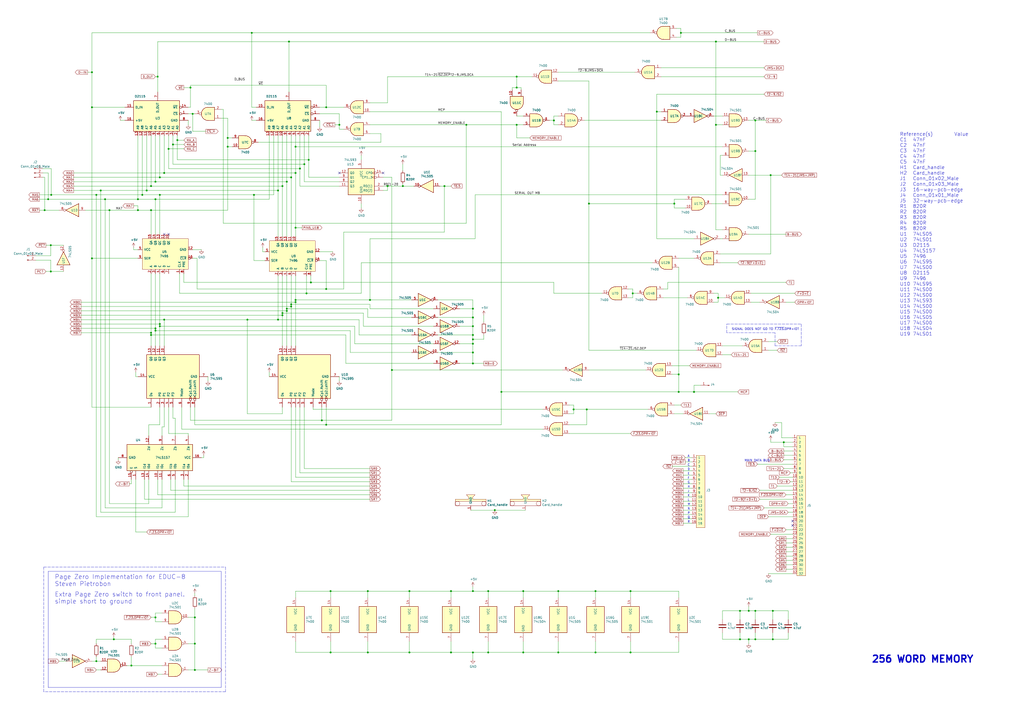
<source format=kicad_sch>
(kicad_sch (version 20211123) (generator eeschema)
  (paper "A2")
  (title_block (title "EDUC-8 256 WORD MEMORY") (date "2021-07-14") (rev "1") (company "Electronics Australia") (comment 1 "Designed by Jamieson Rowe") (comment 2 "Drawn by Gwyllym Suter"))
  (junction (at 283.21 342.9))
  (junction (at 132.08 85.09))
  (junction (at 180.34 163.83))
  (junction (at 80.01 115.57))
  (junction (at 394.97 19.05))
  (junction (at 290.83 227.33))
  (junction (at 95.25 100.33))
  (junction (at 100.33 83.82))
  (junction (at 76.2 386.08))
  (junction (at 179.07 92.71))
  (junction (at 102.87 81.28))
  (junction (at 381 64.77))
  (junction (at 415.29 24.13))
  (junction (at 429.26 370.84))
  (junction (at 66.04 370.84))
  (junction (at 391.16 118.11))
  (junction (at 92.71 102.87))
  (junction (at 29.464 142.24))
  (junction (at 224.79 107.95))
  (junction (at 95.25 185.42))
  (junction (at 189.23 246.38))
  (junction (at 274.32 184.15))
  (junction (at 161.29 110.49))
  (junction (at 270.51 72.39))
  (junction (at 299.72 50.8))
  (junction (at 186.69 243.84))
  (junction (at 274.32 179.07))
  (junction (at 90.17 105.41))
  (junction (at 58.42 110.49))
  (junction (at 97.79 86.36))
  (junction (at 29.718 113.03))
  (junction (at 163.83 182.88))
  (junction (at 168.91 176.53))
  (junction (at 299.72 72.39))
  (junction (at 92.71 113.03))
  (junction (at 237.49 342.9))
  (junction (at 448.31 354.33))
  (junction (at 91.44 44.45))
  (junction (at 438.15 370.84))
  (junction (at 92.71 187.96))
  (junction (at 167.64 24.13))
  (junction (at 416.56 172.72))
  (junction (at 29.464 157.48))
  (junction (at 196.85 72.39))
  (junction (at 274.32 189.23))
  (junction (at 171.45 175.26))
  (junction (at 274.32 378.46))
  (junction (at 274.32 196.85))
  (junction (at 82.55 113.03))
  (junction (at 393.7 227.33))
  (junction (at 332.74 237.49))
  (junction (at 87.63 107.95))
  (junction (at 438.15 69.85))
  (junction (at 303.53 378.46))
  (junction (at 53.34 62.23))
  (junction (at 161.29 185.42))
  (junction (at 191.77 342.9))
  (junction (at 132.08 80.01))
  (junction (at 113.03 358.14))
  (junction (at 261.62 342.9))
  (junction (at 283.21 378.46))
  (junction (at 163.83 181.61))
  (junction (at 53.34 149.86))
  (junction (at 90.17 115.57))
  (junction (at 303.53 342.9))
  (junction (at 171.45 173.99))
  (junction (at 274.32 210.82))
  (junction (at 171.45 100.33))
  (junction (at 80.01 121.92))
  (junction (at 323.85 342.9))
  (junction (at 274.32 342.9))
  (junction (at 365.76 378.46))
  (junction (at 345.44 378.46))
  (junction (at 274.32 204.47))
  (junction (at 402.59 227.33))
  (junction (at 166.37 179.07))
  (junction (at 345.44 342.9))
  (junction (at 213.36 342.9))
  (junction (at 27.94 115.57))
  (junction (at 299.72 44.45))
  (junction (at 171.45 85.09))
  (junction (at 214.63 173.99))
  (junction (at 257.81 107.95))
  (junction (at 365.76 342.9))
  (junction (at 274.32 199.39))
  (junction (at 429.26 354.33))
  (junction (at 434.34 354.33))
  (junction (at 90.17 190.5))
  (junction (at 171.45 132.08))
  (junction (at 191.77 378.46))
  (junction (at 415.29 72.39))
  (junction (at 90.17 191.77))
  (junction (at 261.62 378.46))
  (junction (at 233.68 107.95))
  (junction (at 189.23 167.64))
  (junction (at 274.32 194.31))
  (junction (at 53.34 41.91))
  (junction (at 323.85 378.46))
  (junction (at 367.03 170.18))
  (junction (at 166.37 180.34))
  (junction (at 113.03 388.62))
  (junction (at 110.49 50.8))
  (junction (at 166.37 105.41))
  (junction (at 63.5 121.92))
  (junction (at 111.76 66.04))
  (junction (at 340.36 237.49))
  (junction (at 87.63 194.31))
  (junction (at 173.99 97.79))
  (junction (at 168.91 177.8))
  (junction (at 55.88 383.54))
  (junction (at 227.33 214.63))
  (junction (at 87.63 193.04))
  (junction (at 341.63 118.11))
  (junction (at 454.66 256.54))
  (junction (at 393.7 217.17))
  (junction (at 163.83 107.95))
  (junction (at 189.23 62.23))
  (junction (at 113.03 373.38))
  (junction (at 287.02 295.91))
  (junction (at 87.63 121.92))
  (junction (at 146.05 19.05))
  (junction (at 321.31 69.85))
  (junction (at 90.17 358.14))
  (junction (at 60.96 115.57))
  (junction (at 213.36 378.46))
  (junction (at 55.88 113.03))
  (junction (at 147.32 113.03))
  (junction (at 176.53 95.25))
  (junction (at 25.908 121.92))
  (junction (at 237.49 378.46))
  (junction (at 438.15 87.63))
  (junction (at 434.34 370.84))
  (junction (at 143.51 185.42))
  (junction (at 85.09 110.49))
  (junction (at 168.91 102.87))
  (junction (at 177.8 170.18))
  (junction (at 447.04 101.6))
  (junction (at 90.17 373.38))
  (junction (at 92.71 189.23))
  (junction (at 448.31 370.84))
  (junction (at 438.15 354.33))
  (no_connect (at 97.79 135.89))
  (no_connect (at 459.74 302.26))
  (no_connect (at 196.85 100.33))
  (no_connect (at 222.25 100.33))
  (no_connect (at 459.74 304.8))
  (no_connect (at 95.25 135.89))
  (polyline (pts (xy 130.81 328.93) (xy 130.81 401.32)))
  (wire (pts (xy 168.91 176.53) (xy 168.91 177.8)))
  (wire (pts (xy 104.14 170.18) (xy 104.14 158.75)))
  (wire (pts (xy 171.45 100.33) (xy 171.45 85.09)))
  (wire (pts (xy 237.49 372.11) (xy 237.49 378.46)))
  (wire (pts (xy 261.62 378.46) (xy 274.32 378.46)))
  (wire (pts (xy 411.48 240.03) (xy 415.29 240.03)))
  (wire (pts (xy 280.67 182.88) (xy 280.67 186.69)))
  (wire (pts (xy 113.03 358.14) (xy 113.03 373.38)))
  (wire (pts (xy 29.718 97.79) (xy 29.718 113.03)))
  (wire (pts (xy 401.32 288.29) (xy 396.24 288.29)))
  (wire (pts (xy 383.54 44.45) (xy 443.23 44.45)))
  (wire (pts (xy 367.03 170.18) (xy 367.03 172.72)))
  (wire (pts (xy 321.31 69.85) (xy 318.77 69.85)))
  (wire (pts (xy 447.04 147.32) (xy 417.83 147.32)))
  (wire (pts (xy 87.63 193.04) (xy 46.99 193.04)))
  (wire (pts (xy 161.29 185.42) (xy 161.29 160.02)))
  (wire (pts (xy 321.31 69.85) (xy 321.31 72.39)))
  (wire (pts (xy 448.31 367.03) (xy 448.31 370.84)))
  (wire (pts (xy 402.59 223.52) (xy 402.59 227.33)))
  (wire (pts (xy 274.32 204.47) (xy 274.32 210.82)))
  (wire (pts (xy 434.34 135.89) (xy 455.93 135.89)))
  (wire (pts (xy 419.1 67.31) (xy 414.02 67.31)))
  (wire (pts (xy 168.91 102.87) (xy 168.91 137.16)))
  (wire (pts (xy 120.65 218.44) (xy 120.65 220.98)))
  (wire (pts (xy 166.37 179.07) (xy 166.37 180.34)))
  (wire (pts (xy 149.86 82.55) (xy 220.98 82.55)))
  (wire (pts (xy 76.2 381) (xy 76.2 386.08)))
  (wire (pts (xy 308.61 44.45) (xy 299.72 44.45)))
  (wire (pts (xy 341.63 46.99) (xy 341.63 118.11)))
  (wire (pts (xy 429.26 354.33) (xy 434.34 354.33)))
  (wire (pts (xy 113.03 388.62) (xy 109.22 388.62)))
  (wire (pts (xy 106.68 86.36) (xy 97.79 86.36)))
  (wire (pts (xy 20.828 148.336) (xy 29.464 148.336)))
  (wire (pts (xy 455.93 327.66) (xy 459.74 327.66)))
  (wire (pts (xy 97.79 78.74) (xy 97.79 86.36)))
  (wire (pts (xy 109.22 69.85) (xy 109.22 72.39)))
  (wire (pts (xy 92.71 187.96) (xy 92.71 189.23)))
  (wire (pts (xy 398.78 172.72) (xy 384.81 172.72)))
  (wire (pts (xy 391.16 118.11) (xy 391.16 120.65)))
  (wire (pts (xy 101.6 278.13) (xy 101.6 297.18)))
  (wire (pts (xy 134.62 85.09) (xy 132.08 85.09)))
  (wire (pts (xy 82.55 113.03) (xy 55.88 113.03)))
  (wire (pts (xy 274.32 342.9) (xy 261.62 342.9)))
  (wire (pts (xy 274.32 196.85) (xy 274.32 199.39)))
  (wire (pts (xy 454.66 259.08) (xy 454.66 256.54)))
  (wire (pts (xy 299.72 44.45) (xy 299.72 50.8)))
  (wire (pts (xy 396.24 283.21) (xy 401.32 283.21)))
  (wire (pts (xy 434.34 370.84) (xy 434.34 373.38)))
  (wire (pts (xy 419.1 354.33) (xy 429.26 354.33)))
  (wire (pts (xy 396.24 280.67) (xy 401.32 280.67)))
  (wire (pts (xy 95.25 200.66) (xy 95.25 185.42)))
  (wire (pts (xy 394.97 21.59) (xy 394.97 19.05)))
  (wire (pts (xy 237.49 346.71) (xy 237.49 342.9)))
  (wire (pts (xy 199.39 167.64) (xy 199.39 134.62)))
  (wire (pts (xy 189.23 62.23) (xy 189.23 49.53)))
  (wire (pts (xy 273.05 295.91) (xy 287.02 295.91)))
  (wire (pts (xy 459.74 332.74) (xy 445.77 332.74)))
  (wire (pts (xy 345.44 372.11) (xy 345.44 378.46)))
  (wire (pts (xy 416.56 170.18) (xy 416.56 172.72)))
  (wire (pts (xy 171.45 132.08) (xy 171.45 137.16)))
  (wire (pts (xy 214.63 176.53) (xy 214.63 179.07)))
  (wire (pts (xy 222.25 102.87) (xy 227.33 102.87)))
  (wire (pts (xy 80.01 149.86) (xy 53.34 149.86)))
  (wire (pts (xy 55.88 299.72) (xy 55.88 113.03)))
  (wire (pts (xy 220.98 77.47) (xy 220.98 82.55)))
  (wire (pts (xy 173.99 107.95) (xy 196.85 107.95)))
  (wire (pts (xy 53.34 41.91) (xy 53.34 19.05)))
  (wire (pts (xy 233.68 99.06) (xy 233.68 95.25)))
  (wire (pts (xy 93.98 375.92) (xy 90.17 375.92)))
  (wire (pts (xy 168.91 279.4) (xy 214.63 279.4)))
  (wire (pts (xy 60.96 294.64) (xy 60.96 115.57)))
  (wire (pts (xy 455.93 322.58) (xy 459.74 322.58)))
  (wire (pts (xy 419.1 90.17) (xy 417.83 90.17)))
  (wire (pts (xy 274.32 340.36) (xy 274.32 342.9)))
  (wire (pts (xy 214.63 72.39) (xy 270.51 72.39)))
  (wire (pts (xy 384.81 167.64) (xy 387.35 167.64)))
  (wire (pts (xy 255.27 107.95) (xy 257.81 107.95)))
  (wire (pts (xy 377.19 19.05) (xy 146.05 19.05)))
  (wire (pts (xy 321.31 72.39) (xy 323.85 72.39)))
  (wire (pts (xy 29.464 157.48) (xy 36.83 157.48)))
  (wire (pts (xy 90.17 105.41) (xy 166.37 105.41)))
  (wire (pts (xy 406.4 223.52) (xy 402.59 223.52)))
  (wire (pts (xy 434.34 87.63) (xy 438.15 87.63)))
  (wire (pts (xy 396.24 273.05) (xy 401.32 273.05)))
  (wire (pts (xy 189.23 167.64) (xy 199.39 167.64)))
  (wire (pts (xy 113.03 358.14) (xy 113.03 353.06)))
  (wire (pts (xy 55.88 383.54) (xy 58.42 383.54)))
  (wire (pts (xy 340.36 237.49) (xy 332.74 237.49)))
  (wire (pts (xy 213.36 342.9) (xy 191.77 342.9)))
  (wire (pts (xy 450.85 281.94) (xy 459.74 281.94)))
  (wire (pts (xy 100.33 83.82) (xy 100.33 95.25)))
  (wire (pts (xy 275.59 113.03) (xy 275.59 138.43)))
  (wire (pts (xy 90.17 190.5) (xy 90.17 191.77)))
  (wire (pts (xy 90.17 78.74) (xy 90.17 105.41)))
  (wire (pts (xy 283.21 372.11) (xy 283.21 378.46)))
  (wire (pts (xy 173.99 236.22) (xy 173.99 274.32)))
  (wire (pts (xy 459.74 307.34) (xy 455.93 307.34)))
  (wire (pts (xy 417.83 152.4) (xy 427.99 152.4)))
  (wire (pts (xy 341.63 214.63) (xy 374.65 214.63)))
  (wire (pts (xy 87.63 135.89) (xy 87.63 121.92)))
  (wire (pts (xy 113.03 388.62) (xy 120.65 388.62)))
  (wire (pts (xy 163.83 182.88) (xy 46.99 182.88)))
  (wire (pts (xy 274.32 210.82) (xy 266.7 210.82)))
  (wire (pts (xy 419.1 200.66) (xy 430.53 200.66)))
  (wire (pts (xy 63.5 121.92) (xy 80.01 121.92)))
  (wire (pts (xy 185.42 151.13) (xy 189.23 151.13)))
  (wire (pts (xy 106.68 163.83) (xy 180.34 163.83)))
  (wire (pts (xy 459.74 309.88) (xy 447.04 309.88)))
  (wire (pts (xy 82.55 78.74) (xy 82.55 113.03)))
  (wire (pts (xy 185.42 62.23) (xy 189.23 62.23)))
  (wire (pts (xy 171.45 342.9) (xy 171.45 346.71)))
  (wire (pts (xy 455.93 330.2) (xy 459.74 330.2)))
  (wire (pts (xy 345.44 342.9) (xy 323.85 342.9)))
  (wire (pts (xy 448.31 354.33) (xy 457.2 354.33)))
  (wire (pts (xy 213.36 179.07) (xy 213.36 184.15)))
  (wire (pts (xy 283.21 378.46) (xy 303.53 378.46)))
  (wire (pts (xy 393.7 217.17) (xy 393.7 227.33)))
  (wire (pts (xy 179.07 92.71) (xy 179.07 102.87)))
  (wire (pts (xy 102.87 92.71) (xy 179.07 92.71)))
  (wire (pts (xy 448.31 370.84) (xy 457.2 370.84)))
  (wire (pts (xy 457.2 354.33) (xy 457.2 359.41)))
  (wire (pts (xy 87.63 236.22) (xy 53.34 236.22)))
  (wire (pts (xy 69.85 69.85) (xy 72.39 69.85)))
  (wire (pts (xy 454.66 261.62) (xy 459.74 261.62)))
  (wire (pts (xy 365.76 342.9) (xy 393.7 342.9)))
  (wire (pts (xy 303.53 378.46) (xy 323.85 378.46)))
  (wire (pts (xy 186.69 243.84) (xy 227.33 243.84)))
  (wire (pts (xy 78.74 308.61) (xy 85.09 308.61)))
  (wire (pts (xy 453.39 245.11) (xy 453.39 254)))
  (wire (pts (xy 274.32 184.15) (xy 274.32 189.23)))
  (wire (pts (xy 367.03 167.64) (xy 367.03 170.18)))
  (wire (pts (xy 97.79 97.79) (xy 173.99 97.79)))
  (wire (pts (xy 100.33 78.74) (xy 100.33 83.82)))
  (wire (pts (xy 163.83 181.61) (xy 163.83 182.88)))
  (wire (pts (xy 438.15 367.03) (xy 438.15 370.84)))
  (wire (pts (xy 116.84 265.43) (xy 118.11 265.43)))
  (wire (pts (xy 116.84 144.78) (xy 111.76 144.78)))
  (wire (pts (xy 101.6 242.57) (xy 100.33 242.57)))
  (wire (pts (xy 25.908 102.87) (xy 25.908 121.92)))
  (wire (pts (xy 92.71 78.74) (xy 92.71 102.87)))
  (wire (pts (xy 233.68 107.95) (xy 240.03 107.95)))
  (wire (pts (xy 321.31 163.83) (xy 321.31 170.18)))
  (wire (pts (xy 438.15 359.41) (xy 438.15 354.33)))
  (wire (pts (xy 323.85 372.11) (xy 323.85 378.46)))
  (wire (pts (xy 22.86 113.03) (xy 29.718 113.03)))
  (wire (pts (xy 80.01 121.92) (xy 87.63 121.92)))
  (wire (pts (xy 266.7 199.39) (xy 274.32 199.39)))
  (wire (pts (xy 171.45 132.08) (xy 175.26 132.08)))
  (wire (pts (xy 86.36 246.38) (xy 86.36 252.73)))
  (wire (pts (xy 109.22 373.38) (xy 113.03 373.38)))
  (wire (pts (xy 459.74 256.54) (xy 454.66 256.54)))
  (wire (pts (xy 415.29 133.35) (xy 419.1 133.35)))
  (wire (pts (xy 280.67 194.31) (xy 280.67 196.85)))
  (wire (pts (xy 90.17 358.14) (xy 87.63 358.14)))
  (wire (pts (xy 143.51 185.42) (xy 161.29 185.42)))
  (wire (pts (xy 274.32 378.46) (xy 283.21 378.46)))
  (wire (pts (xy 63.5 292.1) (xy 63.5 121.92)))
  (wire (pts (xy 93.98 278.13) (xy 93.98 294.64)))
  (wire (pts (xy 341.63 203.2) (xy 403.86 203.2)))
  (wire (pts (xy 163.83 107.95) (xy 163.83 137.16)))
  (wire (pts (xy 95.25 236.22) (xy 95.25 247.65)))
  (wire (pts (xy 53.34 236.22) (xy 53.34 149.86)))
  (wire (pts (xy 417.83 101.6) (xy 419.1 101.6)))
  (wire (pts (xy 92.71 113.03) (xy 147.32 113.03)))
  (wire (pts (xy 393.7 342.9) (xy 393.7 346.71)))
  (wire (pts (xy 92.71 189.23) (xy 205.74 189.23)))
  (wire (pts (xy 171.45 372.11) (xy 171.45 378.46)))
  (wire (pts (xy 128.27 63.5) (xy 129.54 63.5)))
  (wire (pts (xy 224.79 107.95) (xy 224.79 110.49)))
  (wire (pts (xy 458.47 274.32) (xy 459.74 274.32)))
  (wire (pts (xy 196.85 218.44) (xy 196.85 220.98)))
  (wire (pts (xy 389.89 212.09) (xy 400.05 212.09)))
  (wire (pts (xy 323.85 346.71) (xy 323.85 342.9)))
  (wire (pts (xy 394.97 19.05) (xy 439.42 19.05)))
  (wire (pts (xy 330.2 234.95) (xy 332.74 234.95)))
  (wire (pts (xy 257.81 134.62) (xy 257.81 107.95)))
  (wire (pts (xy 27.94 115.57) (xy 60.96 115.57)))
  (wire (pts (xy 171.45 160.02) (xy 171.45 173.99)))
  (wire (pts (xy 414.02 170.18) (xy 416.56 170.18)))
  (wire (pts (xy 332.74 240.03) (xy 330.2 240.03)))
  (wire (pts (xy 109.22 62.23) (xy 110.49 62.23)))
  (wire (pts (xy 417.83 138.43) (xy 419.1 138.43)))
  (polyline (pts (xy 421.64 187.96) (xy 464.82 187.96)))
  (wire (pts (xy 266.7 179.07) (xy 274.32 179.07)))
  (wire (pts (xy 90.17 115.57) (xy 156.21 115.57)))
  (wire (pts (xy 254 194.31) (xy 274.32 194.31)))
  (wire (pts (xy 171.45 175.26) (xy 171.45 200.66)))
  (wire (pts (xy 345.44 378.46) (xy 365.76 378.46)))
  (wire (pts (xy 417.83 90.17) (xy 417.83 101.6)))
  (wire (pts (xy 76.2 280.67) (xy 76.2 278.13)))
  (wire (pts (xy 199.39 62.23) (xy 189.23 62.23)))
  (wire (pts (xy 455.93 314.96) (xy 459.74 314.96)))
  (wire (pts (xy 365.76 342.9) (xy 345.44 342.9)))
  (wire (pts (xy 237.49 378.46) (xy 261.62 378.46)))
  (wire (pts (xy 227.33 214.63) (xy 227.33 243.84)))
  (wire (pts (xy 191.77 346.71) (xy 191.77 342.9)))
  (wire (pts (xy 146.05 69.85) (xy 148.59 69.85)))
  (wire (pts (xy 209.55 170.18) (xy 177.8 170.18)))
  (wire (pts (xy 438.15 115.57) (xy 434.34 115.57)))
  (wire (pts (xy 78.74 278.13) (xy 78.74 308.61)))
  (wire (pts (xy 152.4 146.05) (xy 153.67 146.05)))
  (wire (pts (xy 194.31 72.39) (xy 196.85 72.39)))
  (wire (pts (xy 90.17 105.41) (xy 42.672 105.41)))
  (wire (pts (xy 80.01 78.74) (xy 80.01 115.57)))
  (wire (pts (xy 452.12 276.86) (xy 459.74 276.86)))
  (wire (pts (xy 393.7 149.86) (xy 402.59 149.86)))
  (wire (pts (xy 113.03 246.38) (xy 189.23 246.38)))
  (wire (pts (xy 91.44 278.13) (xy 91.44 287.02)))
  (wire (pts (xy 412.75 118.11) (xy 419.1 118.11)))
  (wire (pts (xy 447.04 147.32) (xy 447.04 101.6)))
  (wire (pts (xy 93.98 247.65) (xy 93.98 252.73)))
  (wire (pts (xy 455.93 320.04) (xy 459.74 320.04)))
  (wire (pts (xy 364.49 167.64) (xy 367.03 167.64)))
  (wire (pts (xy 454.66 256.54) (xy 447.04 256.54)))
  (wire (pts (xy 109.22 66.04) (xy 111.76 66.04)))
  (polyline (pts (xy 25.4 328.93) (xy 130.81 328.93)))
  (wire (pts (xy 287.02 295.91) (xy 304.8 295.91)))
  (wire (pts (xy 179.07 102.87) (xy 196.85 102.87)))
  (wire (pts (xy 173.99 274.32) (xy 214.63 274.32)))
  (wire (pts (xy 261.62 372.11) (xy 261.62 378.46)))
  (wire (pts (xy 87.63 193.04) (xy 87.63 194.31)))
  (wire (pts (xy 20.828 150.876) (xy 29.464 150.876)))
  (wire (pts (xy 381 54.61) (xy 443.23 54.61)))
  (wire (pts (xy 459.74 287.02) (xy 455.93 287.02)))
  (wire (pts (xy 171.45 236.22) (xy 171.45 276.86)))
  (wire (pts (xy 87.63 78.74) (xy 87.63 107.95)))
  (wire (pts (xy 274.32 189.23) (xy 274.32 194.31)))
  (wire (pts (xy 161.29 110.49) (xy 161.29 137.16)))
  (wire (pts (xy 457.2 297.18) (xy 459.74 297.18)))
  (wire (pts (xy 90.17 370.84) (xy 93.98 370.84)))
  (wire (pts (xy 365.76 378.46) (xy 365.76 372.11)))
  (wire (pts (xy 365.76 346.71) (xy 365.76 342.9)))
  (wire (pts (xy 90.17 44.45) (xy 91.44 44.45)))
  (wire (pts (xy 440.69 284.48) (xy 459.74 284.48)))
  (wire (pts (xy 85.09 110.49) (xy 161.29 110.49)))
  (wire (pts (xy 196.85 74.93) (xy 199.39 74.93)))
  (wire (pts (xy 87.63 194.31) (xy 200.66 194.31)))
  (wire (pts (xy 105.41 236.22) (xy 105.41 248.92)))
  (wire (pts (xy 345.44 346.71) (xy 345.44 342.9)))
  (wire (pts (xy 80.01 115.57) (xy 60.96 115.57)))
  (wire (pts (xy 332.74 237.49) (xy 332.74 240.03)))
  (wire (pts (xy 416.56 172.72) (xy 416.56 175.26)))
  (wire (pts (xy 76.2 370.84) (xy 66.04 370.84)))
  (wire (pts (xy 392.43 21.59) (xy 394.97 21.59)))
  (wire (pts (xy 210.82 189.23) (xy 251.46 189.23)))
  (wire (pts (xy 186.69 243.84) (xy 110.49 243.84)))
  (wire (pts (xy 213.36 184.15) (xy 238.76 184.15)))
  (wire (pts (xy 110.49 50.8) (xy 110.49 49.53)))
  (wire (pts (xy 274.32 210.82) (xy 280.67 210.82)))
  (wire (pts (xy 95.25 100.33) (xy 42.672 100.33)))
  (wire (pts (xy 275.59 138.43) (xy 214.63 138.43)))
  (wire (pts (xy 109.22 252.73) (xy 109.22 251.46)))
  (wire (pts (xy 274.32 194.31) (xy 274.32 196.85)))
  (wire (pts (xy 387.35 167.64) (xy 387.35 163.83)))
  (wire (pts (xy 22.86 115.57) (xy 27.94 115.57)))
  (wire (pts (xy 29.464 148.336) (xy 29.464 142.24)))
  (wire (pts (xy 73.66 386.08) (xy 76.2 386.08)))
  (wire (pts (xy 76.2 386.08) (xy 93.98 386.08)))
  (wire (pts (xy 95.25 247.65) (xy 93.98 247.65)))
  (wire (pts (xy 283.21 346.71) (xy 283.21 342.9)))
  (wire (pts (xy 97.79 86.36) (xy 97.79 97.79)))
  (wire (pts (xy 224.79 107.95) (xy 233.68 107.95)))
  (wire (pts (xy 176.53 95.25) (xy 176.53 78.74)))
  (wire (pts (xy 158.75 113.03) (xy 158.75 78.74)))
  (polyline (pts (xy 464.82 200.66) (xy 449.58 200.66)))
  (wire (pts (xy 177.8 170.18) (xy 177.8 160.02)))
  (wire (pts (xy 166.37 179.07) (xy 213.36 179.07)))
  (wire (pts (xy 58.42 110.49) (xy 42.672 110.49)))
  (wire (pts (xy 434.34 370.84) (xy 438.15 370.84)))
  (wire (pts (xy 290.83 64.77) (xy 214.63 64.77)))
  (wire (pts (xy 454.66 264.16) (xy 459.74 264.16)))
  (wire (pts (xy 68.58 265.43) (xy 68.58 266.7)))
  (wire (pts (xy 179.07 92.71) (xy 179.07 78.74)))
  (wire (pts (xy 205.74 189.23) (xy 205.74 199.39)))
  (wire (pts (xy 396.24 293.37) (xy 401.32 293.37)))
  (wire (pts (xy 222.25 110.49) (xy 224.79 110.49)))
  (wire (pts (xy 448.31 359.41) (xy 448.31 354.33)))
  (wire (pts (xy 323.85 342.9) (xy 303.53 342.9)))
  (wire (pts (xy 181.61 236.22) (xy 181.61 237.49)))
  (wire (pts (xy 454.66 271.78) (xy 459.74 271.78)))
  (wire (pts (xy 66.04 370.84) (xy 66.04 369.57)))
  (wire (pts (xy 227.33 102.87) (xy 227.33 214.63)))
  (wire (pts (xy 53.34 149.86) (xy 53.34 62.23)))
  (wire (pts (xy 297.18 52.07) (xy 297.18 50.8)))
  (wire (pts (xy 459.74 259.08) (xy 454.66 259.08)))
  (wire (pts (xy 396.24 290.83) (xy 401.32 290.83)))
  (wire (pts (xy 74.93 280.67) (xy 76.2 280.67)))
  (wire (pts (xy 22.86 121.92) (xy 25.908 121.92)))
  (wire (pts (xy 438.15 354.33) (xy 448.31 354.33)))
  (wire (pts (xy 196.85 72.39) (xy 196.85 74.93)))
  (wire (pts (xy 434.34 69.85) (xy 438.15 69.85)))
  (wire (pts (xy 171.45 85.09) (xy 419.1 85.09)))
  (wire (pts (xy 396.24 278.13) (xy 401.32 278.13)))
  (wire (pts (xy 397.51 115.57) (xy 391.16 115.57)))
  (wire (pts (xy 167.64 24.13) (xy 415.29 24.13)))
  (wire (pts (xy 34.29 383.54) (xy 38.1 383.54)))
  (wire (pts (xy 415.29 72.39) (xy 415.29 24.13)))
  (wire (pts (xy 180.34 163.83) (xy 180.34 160.02)))
  (wire (pts (xy 290.83 227.33) (xy 393.7 227.33)))
  (wire (pts (xy 93.98 294.64) (xy 60.96 294.64)))
  (wire (pts (xy 391.16 115.57) (xy 391.16 118.11)))
  (wire (pts (xy 163.83 236.22) (xy 163.83 240.03)))
  (wire (pts (xy 26.67 157.48) (xy 29.464 157.48)))
  (wire (pts (xy 105.41 248.92) (xy 314.96 248.92)))
  (wire (pts (xy 302.26 50.8) (xy 302.26 52.07)))
  (wire (pts (xy 106.68 278.13) (xy 106.68 281.94)))
  (wire (pts (xy 146.05 19.05) (xy 146.05 62.23)))
  (wire (pts (xy 455.93 312.42) (xy 459.74 312.42)))
  (wire (pts (xy 227.33 214.63) (xy 326.39 214.63)))
  (wire (pts (xy 257.81 107.95) (xy 261.62 107.95)))
  (wire (pts (xy 214.63 173.99) (xy 238.76 173.99)))
  (polyline (pts (xy 130.81 401.32) (xy 25.4 401.32)))
  (wire (pts (xy 78.74 218.44) (xy 80.01 218.44)))
  (wire (pts (xy 434.34 354.33) (xy 438.15 354.33)))
  (wire (pts (xy 389.89 270.51) (xy 401.32 270.51)))
  (wire (pts (xy 270.51 72.39) (xy 299.72 72.39)))
  (wire (pts (xy 163.83 107.95) (xy 163.83 78.74)))
  (wire (pts (xy 24.892 100.33) (xy 27.94 100.33)))
  (wire (pts (xy 113.03 236.22) (xy 113.03 246.38)))
  (wire (pts (xy 176.53 105.41) (xy 196.85 105.41)))
  (wire (pts (xy 457.2 292.1) (xy 459.74 292.1)))
  (wire (pts (xy 459.74 266.7) (xy 454.66 266.7)))
  (wire (pts (xy 132.08 80.01) (xy 132.08 68.58)))
  (wire (pts (xy 321.31 67.31) (xy 321.31 69.85)))
  (wire (pts (xy 290.83 227.33) (xy 290.83 64.77)))
  (wire (pts (xy 299.72 72.39) (xy 299.72 80.01)))
  (wire (pts (xy 110.49 49.53) (xy 189.23 49.53)))
  (wire (pts (xy 274.32 173.99) (xy 274.32 179.07)))
  (wire (pts (xy 55.88 388.62) (xy 58.42 388.62)))
  (wire (pts (xy 147.32 113.03) (xy 158.75 113.03)))
  (wire (pts (xy 443.23 294.64) (xy 459.74 294.64)))
  (wire (pts (xy 213.36 372.11) (xy 213.36 378.46)))
  (wire (pts (xy 274.32 199.39) (xy 274.32 204.47)))
  (wire (pts (xy 24.892 97.79) (xy 29.718 97.79)))
  (wire (pts (xy 55.88 381) (xy 55.88 383.54)))
  (wire (pts (xy 191.77 342.9) (xy 171.45 342.9)))
  (wire (pts (xy 167.64 24.13) (xy 91.44 24.13)))
  (wire (pts (xy 396.24 300.99) (xy 401.32 300.99)))
  (wire (pts (xy 453.39 254) (xy 459.74 254)))
  (wire (pts (xy 208.28 185.42) (xy 208.28 194.31)))
  (wire (pts (xy 176.53 236.22) (xy 176.53 271.78)))
  (wire (pts (xy 106.68 158.75) (xy 106.68 163.83)))
  (wire (pts (xy 429.26 359.41) (xy 429.26 354.33)))
  (wire (pts (xy 129.54 129.54) (xy 270.51 129.54)))
  (wire (pts (xy 193.04 146.05) (xy 185.42 146.05)))
  (wire (pts (xy 297.18 50.8) (xy 299.72 50.8)))
  (wire (pts (xy 168.91 236.22) (xy 168.91 279.4)))
  (wire (pts (xy 210.82 181.61) (xy 210.82 189.23)))
  (wire (pts (xy 415.29 72.39) (xy 415.29 133.35)))
  (wire (pts (xy 86.36 292.1) (xy 63.5 292.1)))
  (wire (pts (xy 180.34 163.83) (xy 321.31 163.83)))
  (wire (pts (xy 383.54 39.37) (xy 443.23 39.37)))
  (wire (pts (xy 90.17 355.6) (xy 93.98 355.6)))
  (wire (pts (xy 93.98 360.68) (xy 90.17 360.68)))
  (wire (pts (xy 29.718 113.03) (xy 55.88 113.03)))
  (wire (pts (xy 111.76 76.2) (xy 111.76 66.04)))
  (wire (pts (xy 66.04 370.84) (xy 55.88 370.84)))
  (wire (pts (xy 438.15 87.63) (xy 438.15 69.85)))
  (wire (pts (xy 447.04 256.54) (xy 447.04 255.27)))
  (wire (pts (xy 445.77 299.72) (xy 459.74 299.72)))
  (wire (pts (xy 76.2 373.38) (xy 76.2 370.84)))
  (wire (pts (xy 166.37 160.02) (xy 166.37 179.07)))
  (wire (pts (xy 166.37 180.34) (xy 166.37 200.66)))
  (wire (pts (xy 214.63 179.07) (xy 251.46 179.07)))
  (wire (pts (xy 106.68 281.94) (xy 214.63 281.94)))
  (wire (pts (xy 176.53 95.25) (xy 176.53 105.41)))
  (wire (pts (xy 396.24 285.75) (xy 401.32 285.75)))
  (wire (pts (xy 77.47 119.38) (xy 80.01 119.38)))
  (wire (pts (xy 450.85 203.2) (xy 445.77 203.2)))
  (wire (pts (xy 299.72 80.01) (xy 307.34 80.01)))
  (wire (pts (xy 163.83 182.88) (xy 163.83 200.66)))
  (wire (pts (xy 53.34 62.23) (xy 72.39 62.23)))
  (wire (pts (xy 419.1 205.74) (xy 424.18 205.74)))
  (wire (pts (xy 254 184.15) (xy 274.32 184.15)))
  (wire (pts (xy 25.908 121.92) (xy 34.29 121.92)))
  (wire (pts (xy 163.83 160.02) (xy 163.83 181.61)))
  (wire (pts (xy 87.63 194.31) (xy 87.63 200.66)))
  (wire (pts (xy 280.67 196.85) (xy 274.32 196.85)))
  (wire (pts (xy 168.91 160.02) (xy 168.91 176.53)))
  (wire (pts (xy 161.29 110.49) (xy 161.29 78.74)))
  (wire (pts (xy 167.64 53.34) (xy 167.64 24.13)))
  (wire (pts (xy 113.03 344.17) (xy 113.03 345.44)))
  (wire (pts (xy 85.09 110.49) (xy 58.42 110.49)))
  (wire (pts (xy 383.54 64.77) (xy 381 64.77)))
  (wire (pts (xy 330.2 246.38) (xy 340.36 246.38)))
  (wire (pts (xy 83.82 289.56) (xy 214.63 289.56)))
  (wire (pts (xy 134.62 80.01) (xy 132.08 80.01)))
  (wire (pts (xy 434.34 101.6) (xy 447.04 101.6)))
  (wire (pts (xy 196.85 66.04) (xy 196.85 72.39)))
  (wire (pts (xy 87.63 158.75) (xy 87.63 193.04)))
  (wire (pts (xy 290.83 246.38) (xy 290.83 227.33)))
  (wire (pts (xy 92.71 158.75) (xy 92.71 187.96)))
  (polyline (pts (xy 128.27 398.78) (xy 128.27 331.47)) (stroke (width 0) (type solid)))
  (wire (pts (xy 439.42 269.24) (xy 459.74 269.24)))
  (wire (pts (xy 29.464 150.876) (xy 29.464 157.48)))
  (wire (pts (xy 274.32 179.07) (xy 274.32 184.15)))
  (wire (pts (xy 55.88 370.84) (xy 55.88 373.38)))
  (wire (pts (xy 24.892 102.87) (xy 25.908 102.87)))
  (wire (pts (xy 106.68 81.28) (xy 102.87 81.28)))
  (wire (pts (xy 266.7 189.23) (xy 274.32 189.23)))
  (wire (pts (xy 110.49 243.84) (xy 110.49 236.22)))
  (wire (pts (xy 191.77 372.11) (xy 191.77 378.46)))
  (wire (pts (xy 209.55 90.17) (xy 209.55 92.71)))
  (wire (pts (xy 29.464 142.24) (xy 36.83 142.24)))
  (wire (pts (xy 393.7 154.94) (xy 393.7 217.17)))
  (wire (pts (xy 111.76 66.04) (xy 113.03 66.04)))
  (wire (pts (xy 203.2 204.47) (xy 238.76 204.47)))
  (wire (pts (xy 340.36 246.38) (xy 340.36 237.49)))
  (wire (pts (xy 381 64.77) (xy 381 138.43)))
  (wire (pts (xy 168.91 177.8) (xy 168.91 200.66)))
  (wire (pts (xy 254 204.47) (xy 274.32 204.47)))
  (wire (pts (xy 109.22 278.13) (xy 109.22 299.72)))
  (wire (pts (xy 369.57 170.18) (xy 367.03 170.18)))
  (wire (pts (xy 53.34 62.23) (xy 53.34 41.91)))
  (wire (pts (xy 419.1 359.41) (xy 419.1 354.33)))
  (wire (pts (xy 95.25 185.42) (xy 46.99 185.42)))
  (wire (pts (xy 455.93 325.12) (xy 459.74 325.12)))
  (wire (pts (xy 173.99 97.79) (xy 173.99 107.95)))
  (wire (pts (xy 109.22 251.46) (xy 97.79 251.46)))
  (wire (pts (xy 168.91 102.87) (xy 168.91 78.74)))
  (wire (pts (xy 323.85 67.31) (xy 321.31 67.31)))
  (wire (pts (xy 397.51 120.65) (xy 391.16 120.65)))
  (wire (pts (xy 214.63 77.47) (xy 220.98 77.47)))
  (wire (pts (xy 199.39 134.62) (xy 257.81 134.62)))
  (wire (pts (xy 189.23 246.38) (xy 290.83 246.38)))
  (wire (pts (xy 209.55 152.4) (xy 209.55 170.18)))
  (wire (pts (xy 389.89 217.17) (xy 393.7 217.17)))
  (wire (pts (xy 95.25 78.74) (xy 95.25 100.33)))
  (wire (pts (xy 49.53 121.92) (xy 63.5 121.92)))
  (wire (pts (xy 396.24 303.53) (xy 401.32 303.53)))
  (wire (pts (xy 381 64.77) (xy 381 54.61)))
  (wire (pts (xy 92.71 187.96) (xy 46.99 187.96)))
  (wire (pts (xy 445.77 198.12) (xy 450.85 198.12)))
  (wire (pts (xy 168.91 176.53) (xy 214.63 176.53)))
  (wire (pts (xy 189.23 151.13) (xy 189.23 167.64)))
  (wire (pts (xy 114.3 167.64) (xy 114.3 149.86)))
  (wire (pts (xy 438.15 69.85) (xy 444.5 69.85)))
  (wire (pts (xy 153.67 151.13) (xy 147.32 151.13)))
  (wire (pts (xy 99.06 284.48) (xy 214.63 284.48)))
  (wire (pts (xy 82.55 113.03) (xy 92.71 113.03)))
  (wire (pts (xy 156.21 115.57) (xy 156.21 78.74)))
  (polyline (pts (xy 421.64 193.04) (xy 421.64 187.96)))
  (polyline (pts (xy 449.58 200.66) (xy 449.58 193.04)))
  (wire (pts (xy 91.44 287.02) (xy 214.63 287.02)))
  (wire (pts (xy 106.68 50.8) (xy 110.49 50.8)))
  (wire (pts (xy 299.72 67.31) (xy 303.53 67.31)))
  (wire (pts (xy 26.67 142.24) (xy 29.464 142.24)))
  (polyline (pts (xy 27.94 331.47) (xy 27.94 398.78)) (stroke (width 0) (type solid)))
  (wire (pts (xy 101.6 242.57) (xy 101.6 252.73)))
  (wire (pts (xy 321.31 170.18) (xy 349.25 170.18)))
  (wire (pts (xy 118.11 265.43) (xy 118.11 264.16)))
  (wire (pts (xy 393.7 378.46) (xy 393.7 372.11)))
  (wire (pts (xy 143.51 185.42) (xy 143.51 240.03)))
  (wire (pts (xy 77.47 144.78) (xy 80.01 144.78)))
  (wire (pts (xy 132.08 121.92) (xy 132.08 85.09)))
  (wire (pts (xy 189.23 167.64) (xy 114.3 167.64)))
  (wire (pts (xy 163.83 240.03) (xy 143.51 240.03)))
  (wire (pts (xy 419.1 113.03) (xy 275.59 113.03)))
  (wire (pts (xy 86.36 278.13) (xy 86.36 292.1)))
  (polyline (pts (xy 128.27 331.47) (xy 27.94 331.47)) (stroke (width 0) (type solid)))
  (wire (pts (xy 93.98 391.16) (xy 91.44 391.16)))
  (wire (pts (xy 330.2 251.46) (xy 365.76 251.46)))
  (wire (pts (xy 391.16 118.11) (xy 341.63 118.11)))
  (wire (pts (xy 185.42 66.04) (xy 196.85 66.04)))
  (wire (pts (xy 100.33 242.57) (xy 100.33 236.22)))
  (wire (pts (xy 191.77 378.46) (xy 213.36 378.46)))
  (wire (pts (xy 254 173.99) (xy 274.32 173.99)))
  (wire (pts (xy 435.61 170.18) (xy 461.01 170.18)))
  (wire (pts (xy 87.63 107.95) (xy 163.83 107.95)))
  (wire (pts (xy 283.21 342.9) (xy 274.32 342.9)))
  (wire (pts (xy 299.72 44.45) (xy 224.79 44.45)))
  (wire (pts (xy 91.44 24.13) (xy 91.44 44.45)))
  (wire (pts (xy 171.45 100.33) (xy 171.45 132.08)))
  (wire (pts (xy 129.54 63.5) (xy 129.54 129.54)))
  (wire (pts (xy 434.34 354.33) (xy 434.34 351.79)))
  (wire (pts (xy 113.03 373.38) (xy 113.03 388.62)))
  (wire (pts (xy 381 138.43) (xy 402.59 138.43)))
  (wire (pts (xy 102.87 78.74) (xy 102.87 81.28)))
  (wire (pts (xy 391.16 234.95) (xy 394.97 234.95)))
  (wire (pts (xy 100.33 95.25) (xy 176.53 95.25)))
  (wire (pts (xy 177.8 170.18) (xy 104.14 170.18)))
  (wire (pts (xy 393.7 227.33) (xy 402.59 227.33)))
  (wire (pts (xy 394.97 16.51) (xy 392.43 16.51)))
  (wire (pts (xy 77.47 143.51) (xy 77.47 144.78)))
  (wire (pts (xy 233.68 106.68) (xy 233.68 107.95)))
  (wire (pts (xy 152.4 143.51) (xy 152.4 146.05)))
  (wire (pts (xy 99.06 278.13) (xy 99.06 284.48)))
  (wire (pts (xy 176.53 271.78) (xy 214.63 271.78)))
  (wire (pts (xy 205.74 199.39) (xy 251.46 199.39)))
  (wire (pts (xy 90.17 358.14) (xy 90.17 355.6)))
  (wire (pts (xy 224.79 59.69) (xy 214.63 59.69)))
  (wire (pts (xy 429.26 370.84) (xy 434.34 370.84)))
  (wire (pts (xy 80.01 119.38) (xy 80.01 121.92)))
  (wire (pts (xy 161.29 185.42) (xy 208.28 185.42)))
  (wire (pts (xy 323.85 41.91) (xy 368.3 41.91)))
  (wire (pts (xy 147.32 151.13) (xy 147.32 113.03)))
  (wire (pts (xy 185.42 69.85) (xy 185.42 73.66)))
  (wire (pts (xy 90.17 191.77) (xy 203.2 191.77)))
  (wire (pts (xy 50.8 41.91) (xy 53.34 41.91)))
  (wire (pts (xy 163.83 181.61) (xy 210.82 181.61)))
  (wire (pts (xy 53.34 19.05) (xy 146.05 19.05)))
  (wire (pts (xy 109.22 358.14) (xy 113.03 358.14)))
  (wire (pts (xy 394.97 19.05) (xy 394.97 16.51)))
  (wire (pts (xy 303.53 346.71) (xy 303.53 342.9)))
  (wire (pts (xy 222.25 107.95) (xy 224.79 107.95)))
  (wire (pts (xy 261.62 346.71) (xy 261.62 342.9)))
  (wire (pts (xy 438.15 87.63) (xy 438.15 115.57)))
  (wire (pts (xy 97.79 251.46) (xy 97.79 236.22)))
  (wire (pts (xy 419.1 72.39) (xy 415.29 72.39)))
  (wire (pts (xy 90.17 373.38) (xy 87.63 373.38)))
  (wire (pts (xy 396.24 240.03) (xy 391.16 240.03)))
  (wire (pts (xy 171.45 85.09) (xy 171.45 78.74)))
  (wire (pts (xy 87.63 107.95) (xy 42.672 107.95)))
  (wire (pts (xy 166.37 180.34) (xy 46.99 180.34)))
  (wire (pts (xy 200.66 210.82) (xy 251.46 210.82)))
  (wire (pts (xy 429.26 367.03) (xy 429.26 370.84)))
  (wire (pts (xy 214.63 138.43) (xy 214.63 173.99)))
  (wire (pts (xy 341.63 118.11) (xy 341.63 203.2)))
  (wire (pts (xy 323.85 378.46) (xy 345.44 378.46)))
  (wire (pts (xy 396.24 275.59) (xy 401.32 275.59)))
  (wire (pts (xy 92.71 236.22) (xy 92.71 246.38)))
  (wire (pts (xy 213.36 346.71) (xy 213.36 342.9)))
  (wire (pts (xy 237.49 342.9) (xy 213.36 342.9)))
  (wire (pts (xy 171.45 378.46) (xy 191.77 378.46)))
  (wire (pts (xy 299.72 50.8) (xy 302.26 50.8)))
  (wire (pts (xy 303.53 72.39) (xy 299.72 72.39)))
  (wire (pts (xy 270.51 72.39) (xy 270.51 129.54)))
  (wire (pts (xy 173.99 97.79) (xy 173.99 78.74)))
  (wire (pts (xy 378.46 152.4) (xy 209.55 152.4)))
  (polyline (pts (xy 464.82 187.96) (xy 464.82 200.66)))
  (wire (pts (xy 78.74 215.9) (xy 78.74 218.44)))
  (wire (pts (xy 90.17 158.75) (xy 90.17 190.5)))
  (wire (pts (xy 447.04 101.6) (xy 453.39 101.6)))
  (wire (pts (xy 186.69 236.22) (xy 186.69 243.84)))
  (wire (pts (xy 339.09 69.85) (xy 383.54 69.85)))
  (wire (pts (xy 208.28 194.31) (xy 238.76 194.31)))
  (wire (pts (xy 402.59 227.33) (xy 427.99 227.33)))
  (wire (pts (xy 224.79 44.45) (xy 224.79 59.69)))
  (wire (pts (xy 114.3 149.86) (xy 111.76 149.86)))
  (wire (pts (xy 90.17 191.77) (xy 90.17 200.66)))
  (wire (pts (xy 438.15 370.84) (xy 448.31 370.84)))
  (wire (pts (xy 171.45 175.26) (xy 46.99 175.26)))
  (wire (pts (xy 415.29 24.13) (xy 443.23 24.13)))
  (polyline (pts (xy 449.58 193.04) (xy 421.64 193.04)))
  (wire (pts (xy 101.6 297.18) (xy 58.42 297.18)))
  (wire (pts (xy 397.51 265.43) (xy 401.32 265.43)))
  (wire (pts (xy 168.91 177.8) (xy 46.99 177.8)))
  (wire (pts (xy 171.45 173.99) (xy 171.45 175.26)))
  (wire (pts (xy 156.21 215.9) (xy 156.21 218.44)))
  (wire (pts (xy 367.03 172.72) (xy 364.49 172.72)))
  (wire (pts (xy 91.44 44.45) (xy 91.44 53.34)))
  (polyline (pts (xy 27.94 398.78) (xy 128.27 398.78)) (stroke (width 0) (type solid)))
  (wire (pts (xy 419.1 370.84) (xy 429.26 370.84)))
  (wire (pts (xy 95.25 185.42) (xy 143.51 185.42)))
  (wire (pts (xy 189.23 246.38) (xy 189.23 236.22)))
  (wire (pts (xy 457.2 370.84) (xy 457.2 367.03)))
  (wire (pts (xy 90.17 375.92) (xy 90.17 373.38)))
  (wire (pts (xy 440.69 289.56) (xy 459.74 289.56)))
  (wire (pts (xy 53.34 383.54) (xy 55.88 383.54)))
  (wire (pts (xy 458.47 279.4) (xy 459.74 279.4)))
  (wire (pts (xy 90.17 360.68) (xy 90.17 358.14)))
  (wire (pts (xy 303.53 372.11) (xy 303.53 378.46)))
  (wire (pts (xy 92.71 189.23) (xy 92.71 200.66)))
  (wire (pts (xy 181.61 237.49) (xy 314.96 237.49)))
  (wire (pts (xy 132.08 85.09) (xy 132.08 80.01)))
  (wire (pts (xy 203.2 191.77) (xy 203.2 204.47)))
  (wire (pts (xy 27.94 100.33) (xy 27.94 115.57)))
  (wire (pts (xy 92.71 246.38) (xy 86.36 246.38)))
  (wire (pts (xy 95.25 100.33) (xy 171.45 100.33)))
  (wire (pts (xy 261.62 342.9) (xy 237.49 342.9)))
  (wire (pts (xy 166.37 105.41) (xy 166.37 137.16)))
  (wire (pts (xy 455.93 317.5) (xy 459.74 317.5)))
  (wire (pts (xy 85.09 78.74) (xy 85.09 110.49)))
  (wire (pts (xy 396.24 295.91) (xy 401.32 295.91)))
  (wire (pts (xy 323.85 46.99) (xy 341.63 46.99)))
  (wire (pts (xy 209.55 118.11) (xy 209.55 120.65)))
  (wire (pts (xy 90.17 190.5) (xy 46.99 190.5)))
  (wire (pts (xy 92.71 113.03) (xy 92.71 135.89)))
  (wire (pts (xy 396.24 298.45) (xy 401.32 298.45)))
  (wire (pts (xy 90.17 135.89) (xy 90.17 115.57)))
  (wire (pts (xy 303.53 342.9) (xy 283.21 342.9)))
  (wire (pts (xy 375.92 237.49) (xy 340.36 237.49)))
  (wire (pts (xy 80.01 115.57) (xy 90.17 115.57)))
  (wire (pts (xy 397.51 267.97) (xy 401.32 267.97)))
  (wire (pts (xy 171.45 173.99) (xy 214.63 173.99)))
  (wire (pts (xy 148.59 62.23) (xy 146.05 62.23)))
  (wire (pts (xy 58.42 110.49) (xy 58.42 297.18)))
  (wire (pts (xy 102.87 81.28) (xy 102.87 92.71)))
  (wire (pts (xy 365.76 378.46) (xy 393.7 378.46)))
  (wire (pts (xy 332.74 234.95) (xy 332.74 237.49)))
  (wire (pts (xy 435.61 175.26) (xy 440.69 175.26)))
  (polyline (pts (xy 25.4 401.32) (xy 25.4 328.93)))
  (wire (pts (xy 90.17 373.38) (xy 90.17 370.84)))
  (wire (pts (xy 449.58 245.11) (xy 453.39 245.11)))
  (wire (pts (xy 132.08 68.58) (xy 128.27 68.58)))
  (wire (pts (xy 387.35 163.83) (xy 455.93 163.83)))
  (wire (pts (xy 274.32 378.46) (xy 274.32 382.27)))
  (wire (pts (xy 83.82 278.13) (xy 83.82 289.56)))
  (wire (pts (xy 109.22 299.72) (xy 55.88 299.72)))
  (wire (pts (xy 92.71 102.87) (xy 42.672 102.87)))
  (wire (pts (xy 119.38 76.2) (xy 111.76 76.2)))
  (wire (pts (xy 213.36 378.46) (xy 237.49 378.46)))
  (wire (pts (xy 171.45 276.86) (xy 214.63 276.86)))
  (wire (pts (xy 166.37 105.41) (xy 166.37 78.74)))
  (wire (pts (xy 200.66 194.31) (xy 200.66 210.82)))
  (wire (pts (xy 87.63 121.92) (xy 132.08 121.92)))
  (wire (pts (xy 419.1 367.03) (xy 419.1 370.84)))
  (wire (pts (xy 416.56 175.26) (xy 414.02 175.26)))
  (wire (pts (xy 110.49 62.23) (xy 110.49 50.8)))
  (wire (pts (xy 420.37 172.72) (xy 416.56 172.72)))
  (wire (pts (xy 106.68 83.82) (xy 100.33 83.82)))
  (wire (pts (xy 92.71 102.87) (xy 168.91 102.87)))
  (wire (pts (xy 455.93 175.26) (xy 461.01 175.26)))
  (text "L" (at 398.78 290.83 0) (effects (font (size 1.27 1.27)) (justify left bottom)))
  (text "R" (at 398.78 303.53 0) (effects (font (size 1.27 1.27)) (justify left bottom)))
  (text "SIGNAL DOES NOT GO TO ~{F.T23.}OPR+IOT\n" (at 463.55 191.77 180) (effects (font (size 1.27 1.27)) (justify right bottom)))
  (text "D" (at 398.78 273.05 0) (effects (font (size 1.27 1.27)) (justify left bottom)))
  (text "J" (at 398.78 285.75 0) (effects (font (size 1.27 1.27)) (justify left bottom)))
  (text "A" (at 398.78 265.43 0) (effects (font (size 1.27 1.27)) (justify left bottom)))
  (text "N" (at 398.78 295.91 0) (effects (font (size 1.27 1.27)) (justify left bottom)))
  (text "P" (at 398.78 298.45 0) (effects (font (size 1.27 1.27)) (justify left bottom)))
  (text "Extra Page Zero switch to front panel. \nsimple short to ground" (at 31.75 350.52 0) (effects (font (size 2.54 2.54)) (justify left bottom)))
  (text "H" (at 398.78 283.21 0) (effects (font (size 1.27 1.27)) (justify left bottom)))
  (text "Reference(s)	Value\nC1	47nF\nC2	47nF\nC3	47nF\nC4	47nF\nC5	47nF\nH1	Card_handle\nH2	Card_handle\nJ1	Conn_01x02_Male\nJ2	Conn_01x03_Male\nJ3	16-way-pcb-edge\nJ4	Conn_01x01_Male\nJ5	32-way-pcb-edge\nR1	820R\nR2	820R\nR3	820R\nR4	820R\nR5	820R\nU1	74LS05\nU2	74LS01\nU3	D2115\nU4	74LS157\nU5	7496\nU6	74LS95\nU7	74LS00\nU8	D2115\nU9	7496\nU10	74LS95\nU11	74LS00\nU12	74LS00\nU13	74LS93\nU14	74LS00\nU15	74LS00\nU16	74LS05\nU17	74LS00\nU18	74LS04\nU19	74LS01\n" (at 521.97 195.072 0) (effects (font (size 2 2)) (justify left bottom)))
  (text "E" (at 398.78 275.59 0) (effects (font (size 1.27 1.27)) (justify left bottom)))
  (text "Page Zero Implementation for EDUC-8\nSteven Pietrobon" (at 31.75 340.36 0) (effects (font (size 2.54 2.54)) (justify left bottom)))
  (text "F" (at 398.78 278.13 0) (effects (font (size 1.27 1.27)) (justify left bottom)))
  (text "G" (at 398.78 280.67 0) (effects (font (size 1.27 1.27)) (justify left bottom)))
  (text "C" (at 398.78 270.51 0) (effects (font (size 1.27 1.27)) (justify left bottom)))
  (text "M" (at 398.78 293.37 0) (effects (font (size 1.27 1.27)) (justify left bottom)))
  (text "256 WORD MEMORY" (at 505.46 384.81 0) (effects (font (size 3.9878 3.9878) (thickness 0.7976) bold) (justify left bottom)))
  (text "B" (at 398.78 267.97 0) (effects (font (size 1.27 1.27)) (justify left bottom)))
  (text "K" (at 398.78 288.29 0) (effects (font (size 1.27 1.27)) (justify left bottom)))
  (text "MAIN DATA BUS" (at 431.8 267.97 0) (effects (font (size 1.27 1.27)) (justify left bottom)))
  (text "Q" (at 398.78 300.99 0) (effects (font (size 1.27 1.27)) (justify left bottom)))
  (label "Page Zero" (at 35.56 383.54 0))
  (label "C_BUS" (at 420.37 19.05 0))
  (label "SERIAL OUT MB" (at 298.45 113.03 0))
  (label "MCP" (at 254 64.77 0))
  (label "~{T2-9.JMS+DCA}" (at 335.28 41.91 0))
  (label "C-BUS" (at 436.88 69.85 0))
  (label "MA7" (at 71.12 121.92 180))
  (label "D_BUS" (at 135.89 46.99 0))
  (label "R0(1-20" (at 231.14 107.95 180))
  (label "~{WE}" (at 149.86 49.53 0))
  (label "D-BUS" (at 420.37 24.13 0))
  (label "MEMORY_ENABLE" (at 254 72.39 0))
  (label "~{T14-21}.ISZ.DEP" (at 359.41 203.2 0))
  (label "Serial Address" (at 297.18 85.09 0))
  (label "T14-21~{ISZ.DEP}T2-9.JMS.DCA" (at 246.38 44.45 0))
  (global_label "MB5" (shape output) (at 396.24 298.45 180) (property "Intersheet References" "${INTERSHEET_REFS}" (effects hide)))
  (global_label "MB4" (shape output) (at 46.99 185.42 180) (property "Intersheet References" "${INTERSHEET_REFS}" (effects hide)))
  (global_label "MA0" (shape output) (at 396.24 273.05 180) (property "Intersheet References" "${INTERSHEET_REFS}" (effects hide)))
  (global_label "SR7" (shape output) (at 214.63 289.56 0) (property "Intersheet References" "${INTERSHEET_REFS}" (effects hide)))
  (global_label "MB3" (shape input) (at 87.63 373.38 180) (property "Intersheet References" "${INTERSHEET_REFS}" (effects hide)))
  (global_label "SR1" (shape output) (at 455.93 314.96 180) (property "Intersheet References" "${INTERSHEET_REFS}" (effects hide)))
  (global_label "SR5" (shape output) (at 455.93 325.12 180) (property "Intersheet References" "${INTERSHEET_REFS}" (effects hide)))
  (global_label "Z-BIT" (shape output) (at 120.65 388.62 0) (property "Intersheet References" "${INTERSHEET_REFS}" (effects hide)))
  (global_label "MB0" (shape output) (at 396.24 285.75 180) (property "Intersheet References" "${INTERSHEET_REFS}" (effects hide)))
  (global_label "~{CS_H}" (shape output) (at 119.38 76.2 0) (property "Intersheet References" "${INTERSHEET_REFS}" (effects hide)))
  (global_label "MCP" (shape input) (at 427.99 227.33 0) (property "Intersheet References" "${INTERSHEET_REFS}" (effects hide)))
  (global_label "~{PC7}" (shape output) (at 26.67 142.24 180) (property "Intersheet References" "${INTERSHEET_REFS}" (effects hide)))
  (global_label "~{CS_L}" (shape output) (at 194.31 72.39 180) (property "Intersheet References" "${INTERSHEET_REFS}" (effects hide)))
  (global_label "~{DEP}" (shape input) (at 450.85 198.12 0) (property "Intersheet References" "${INTERSHEET_REFS}" (effects hide)))
  (global_label "~{F.23.OPR+IOT}" (shape input) (at 455.93 287.02 180) (property "Intersheet References" "${INTERSHEET_REFS}" (effects hide)))
  (global_label "MB7" (shape input) (at 91.44 391.16 180) (property "Intersheet References" "${INTERSHEET_REFS}" (effects hide)))
  (global_label "~{T14-21(JMS+JMP})" (shape input) (at 453.39 101.6 0) (property "Intersheet References" "${INTERSHEET_REFS}" (effects hide)))
  (global_label "~{T0.5}" (shape input) (at 261.62 107.95 0) (property "Intersheet References" "${INTERSHEET_REFS}" (effects hide)))
  (global_label "MB7" (shape output) (at 396.24 303.53 180) (property "Intersheet References" "${INTERSHEET_REFS}" (effects hide)))
  (global_label "MA6" (shape output) (at 22.86 115.57 180) (property "Intersheet References" "${INTERSHEET_REFS}" (effects hide)))
  (global_label "JMS+DCA" (shape input) (at 443.23 39.37 0) (property "Intersheet References" "${INTERSHEET_REFS}" (effects hide)))
  (global_label "JMS+DCA" (shape input) (at 457.2 297.18 180) (property "Intersheet References" "${INTERSHEET_REFS}" (effects hide)))
  (global_label "MA1" (shape output) (at 42.672 102.87 180) (property "Intersheet References" "${INTERSHEET_REFS}" (effects hide)))
  (global_label "~{T2-9.ISZ}" (shape input) (at 440.69 284.48 180) (property "Intersheet References" "${INTERSHEET_REFS}" (effects hide)))
  (global_label "MB5" (shape input) (at 34.29 383.54 180) (property "Intersheet References" "${INTERSHEET_REFS}" (effects hide)))
  (global_label "MA0" (shape output) (at 42.672 100.33 180) (property "Intersheet References" "${INTERSHEET_REFS}" (effects hide)))
  (global_label "~{ISZ}" (shape input) (at 450.85 203.2 0) (property "Intersheet References" "${INTERSHEET_REFS}" (effects hide)))
  (global_label "C-BUS" (shape output) (at 454.66 264.16 180) (property "Intersheet References" "${INTERSHEET_REFS}" (effects hide)))
  (global_label "MA4" (shape output) (at 396.24 283.21 180) (property "Intersheet References" "${INTERSHEET_REFS}" (effects hide)))
  (global_label "~{F.23.OPR+IOT}" (shape input) (at 87.63 358.14 180) (property "Intersheet References" "${INTERSHEET_REFS}" (effects hide)))
  (global_label "MB6" (shape output) (at 396.24 300.99 180) (property "Intersheet References" "${INTERSHEET_REFS}" (effects hide)))
  (global_label "~{T14-21(JMS+JMP})" (shape input) (at 443.23 294.64 180) (property "Intersheet References" "${INTERSHEET_REFS}" (effects hide)))
  (global_label "Z-BIT" (shape output) (at 74.93 280.67 180) (property "Intersheet References" "${INTERSHEET_REFS}" (effects hide)))
  (global_label "~{F.23.OPR+IOT}" (shape input) (at 85.09 308.61 0) (property "Intersheet References" "${INTERSHEET_REFS}" (effects hide)))
  (global_label "MA4" (shape output) (at 42.672 110.49 180) (property "Intersheet References" "${INTERSHEET_REFS}" (effects hide)))
  (global_label "MB5" (shape output) (at 46.99 187.96 180) (property "Intersheet References" "${INTERSHEET_REFS}" (effects hide)))
  (global_label "MEMORY_ENABLE" (shape input) (at 447.04 309.88 180) (property "Intersheet References" "${INTERSHEET_REFS}" (effects hide)))
  (global_label "SR0" (shape output) (at 455.93 312.42 180) (property "Intersheet References" "${INTERSHEET_REFS}" (effects hide)))
  (global_label "PIN5_U18" (shape output) (at 175.26 132.08 0) (property "Intersheet References" "${INTERSHEET_REFS}" (effects hide)))
  (global_label "MA2" (shape output) (at 396.24 278.13 180) (property "Intersheet References" "${INTERSHEET_REFS}" (effects hide)))
  (global_label "D_OUT" (shape input) (at 90.17 44.45 180) (property "Intersheet References" "${INTERSHEET_REFS}" (effects hide)))
  (global_label "MB6" (shape output) (at 46.99 190.5 180) (property "Intersheet References" "${INTERSHEET_REFS}" (effects hide)))
  (global_label "MA_C" (shape input) (at 106.68 86.36 0) (property "Intersheet References" "${INTERSHEET_REFS}" (effects hide)))
  (global_label "T13" (shape input) (at 394.97 234.95 0) (property "Intersheet References" "${INTERSHEET_REFS}" (effects hide)))
  (global_label "MB7" (shape output) (at 46.99 193.04 180) (property "Intersheet References" "${INTERSHEET_REFS}" (effects hide)))
  (global_label "~{T2-9.ISZ}" (shape input) (at 443.23 54.61 0) (property "Intersheet References" "${INTERSHEET_REFS}" (effects hide)))
  (global_label "MB1" (shape output) (at 46.99 177.8 180) (property "Intersheet References" "${INTERSHEET_REFS}" (effects hide)))
  (global_label "MB=0" (shape input) (at 397.51 265.43 180) (property "Intersheet References" "${INTERSHEET_REFS}" (effects hide)))
  (global_label "MB3" (shape output) (at 46.99 182.88 180) (property "Intersheet References" "${INTERSHEET_REFS}" (effects hide)))
  (global_label "MB4" (shape input) (at 55.88 388.62 180) (property "Intersheet References" "${INTERSHEET_REFS}" (effects hide)))
  (global_label "MB2" (shape output) (at 396.24 290.83 180) (property "Intersheet References" "${INTERSHEET_REFS}" (effects hide)))
  (global_label "SR4" (shape output) (at 455.93 322.58 180) (property "Intersheet References" "${INTERSHEET_REFS}" (effects hide)))
  (global_label "SR1" (shape output) (at 214.63 274.32 0) (property "Intersheet References" "${INTERSHEET_REFS}" (effects hide)))
  (global_label "~{T2-9(F+D+E})" (shape input) (at 427.99 152.4 0) (property "Intersheet References" "${INTERSHEET_REFS}" (effects hide)))
  (global_label "SR6" (shape output) (at 214.63 287.02 0) (property "Intersheet References" "${INTERSHEET_REFS}" (effects hide)))
  (global_label "T2-9" (shape input) (at 443.23 44.45 0) (property "Intersheet References" "${INTERSHEET_REFS}" (effects hide)))
  (global_label "T14-21" (shape input) (at 424.18 205.74 0) (property "Intersheet References" "${INTERSHEET_REFS}" (effects hide)))
  (global_label "OPR+IOT" (shape input) (at 457.2 292.1 180) (property "Intersheet References" "${INTERSHEET_REFS}" (effects hide)))
  (global_label "T14-21" (shape input) (at 454.66 271.78 180) (property "Intersheet References" "${INTERSHEET_REFS}" (effects hide)))
  (global_label "MB3" (shape output) (at 396.24 293.37 180) (property "Intersheet References" "${INTERSHEET_REFS}" (effects hide)))
  (global_label "~{F.23.OPR+IOT}" (shape input) (at 365.76 251.46 0) (property "Intersheet References" "${INTERSHEET_REFS}" (effects hide)))
  (global_label "T1" (shape input) (at 455.93 163.83 0) (property "Intersheet References" "${INTERSHEET_REFS}" (effects hide)))
  (global_label "OPR+IOT" (shape input) (at 461.01 175.26 0) (property "Intersheet References" "${INTERSHEET_REFS}" (effects hide)))
  (global_label "SR3" (shape output) (at 455.93 320.04 180) (property "Intersheet References" "${INTERSHEET_REFS}" (effects hide)))
  (global_label "MA3" (shape output) (at 42.672 107.95 180) (property "Intersheet References" "${INTERSHEET_REFS}" (effects hide)))
  (global_label "MB0" (shape output) (at 46.99 175.26 180) (property "Intersheet References" "${INTERSHEET_REFS}" (effects hide)))
  (global_label "MB4" (shape output) (at 396.24 295.91 180) (property "Intersheet References" "${INTERSHEET_REFS}" (effects hide)))
  (global_label "~{MA7}" (shape output) (at 22.86 121.92 180) (property "Intersheet References" "${INTERSHEET_REFS}" (effects hide)))
  (global_label "~{ISZ}" (shape output) (at 389.89 270.51 180) (property "Intersheet References" "${INTERSHEET_REFS}" (effects hide)))
  (global_label "D-BUS" (shape input) (at 454.66 266.7 180) (property "Intersheet References" "${INTERSHEET_REFS}" (effects hide)))
  (global_label "T13" (shape input) (at 452.12 276.86 180) (property "Intersheet References" "${INTERSHEET_REFS}" (effects hide)))
  (global_label "~{T0.5}" (shape input) (at 439.42 269.24 180) (property "Intersheet References" "${INTERSHEET_REFS}" (effects hide)))
  (global_label "SR6" (shape output) (at 455.93 327.66 180) (property "Intersheet References" "${INTERSHEET_REFS}" (effects hide)))
  (global_label "MA3" (shape output) (at 396.24 280.67 180) (property "Intersheet References" "${INTERSHEET_REFS}" (effects hide)))
  (global_label "~{T2-9(F+D+E})" (shape input) (at 440.69 289.56 180) (property "Intersheet References" "${INTERSHEET_REFS}" (effects hide)))
  (global_label "SR3" (shape output) (at 214.63 279.4 0) (property "Intersheet References" "${INTERSHEET_REFS}" (effects hide)))
  (global_label "MB=0" (shape output) (at 280.67 210.82 0) (property "Intersheet References" "${INTERSHEET_REFS}" (effects hide)))
  (global_label "MA5" (shape output) (at 22.86 113.03 180) (property "Intersheet References" "${INTERSHEET_REFS}" (effects hide)))
  (global_label "MEMORY_ENABLE" (shape input) (at 400.05 212.09 0) (property "Intersheet References" "${INTERSHEET_REFS}" (effects hide)))
  (global_label "MA_A" (shape input) (at 106.68 81.28 0) (property "Intersheet References" "${INTERSHEET_REFS}" (effects hide)))
  (global_label "SR7" (shape output) (at 455.93 330.2 180) (property "Intersheet References" "${INTERSHEET_REFS}" (effects hide)))
  (global_label "D-IN" (shape output) (at 50.8 41.91 180) (property "Intersheet References" "${INTERSHEET_REFS}" (effects hide)))
  (global_label "~{WE}" (shape output) (at 106.68 50.8 180) (property "Intersheet References" "${INTERSHEET_REFS}" (effects hide)))
  (global_label "SR2" (shape output) (at 455.93 317.5 180) (property "Intersheet References" "${INTERSHEET_REFS}" (effects hide)))
  (global_label "MB1" (shape output) (at 396.24 288.29 180) (property "Intersheet References" "${INTERSHEET_REFS}" (effects hide)))
  (global_label "MB2" (shape output) (at 46.99 180.34 180) (property "Intersheet References" "${INTERSHEET_REFS}" (effects hide)))
  (global_label "MA7" (shape output) (at 77.47 119.38 180) (property "Intersheet References" "${INTERSHEET_REFS}" (effects hide)))
  (global_label "~{F+D+E}" (shape input) (at 455.93 307.34 180) (property "Intersheet References" "${INTERSHEET_REFS}" (effects hide)))
  (global_label "SR2" (shape output) (at 214.63 276.86 0) (property "Intersheet References" "${INTERSHEET_REFS}" (effects hide)))
  (global_label "SR0" (shape output) (at 214.63 271.78 0) (property "Intersheet References" "${INTERSHEET_REFS}" (effects hide)))
  (global_label "SR5" (shape output) (at 214.63 281.94 0) (property "Intersheet References" "${INTERSHEET_REFS}" (effects hide)))
  (global_label "MA2" (shape output) (at 42.672 105.41 180) (property "Intersheet References" "${INTERSHEET_REFS}" (effects hide)))
  (global_label "MCP" (shape input) (at 458.47 274.32 180) (property "Intersheet References" "${INTERSHEET_REFS}" (effects hide)))
  (global_label "B-BUS" (shape output) (at 455.93 135.89 0) (property "Intersheet References" "${INTERSHEET_REFS}" (effects hide)))
  (global_label "MA_B" (shape input) (at 106.68 83.82 0) (property "Intersheet References" "${INTERSHEET_REFS}" (effects hide)))
  (global_label "C-BUS" (shape output) (at 439.42 19.05 0) (property "Intersheet References" "${INTERSHEET_REFS}" (effects hide)))
  (global_label "B-BUS" (shape output) (at 454.66 261.62 180) (property "Intersheet References" "${INTERSHEET_REFS}" (effects hide)))
  (global_label "T1" (shape input) (at 450.85 281.94 180) (property "Intersheet References" "${INTERSHEET_REFS}" (effects hide)))
  (global_label "PC7" (shape input) (at 26.67 157.48 180) (property "Intersheet References" "${INTERSHEET_REFS}" (effects hide)))
  (global_label "MA1" (shape output) (at 396.24 275.59 180) (property "Intersheet References" "${INTERSHEET_REFS}" (effects hide)))
  (global_label "~{F+D+E}" (shape input) (at 461.01 170.18 0) (property "Intersheet References" "${INTERSHEET_REFS}" (effects hide)))
  (global_label "D-BUS" (shape output) (at 443.23 24.13 0) (property "Intersheet References" "${INTERSHEET_REFS}" (effects hide)))
  (global_label "~{DEP}" (shape input) (at 415.29 240.03 0) (property "Intersheet References" "${INTERSHEET_REFS}" (effects hide)))
  (global_label "C-BUS" (shape output) (at 444.5 69.85 0) (property "Intersheet References" "${INTERSHEET_REFS}" (effects hide)))
  (global_label "MEMORY_ENABLE" (shape input) (at 307.34 80.01 0) (property "Intersheet References" "${INTERSHEET_REFS}" (effects hide)))
  (global_label "~{DEP}" (shape input) (at 445.77 299.72 180) (property "Intersheet References" "${INTERSHEET_REFS}" (effects hide)))
  (global_label "T2-9" (shape input) (at 458.47 279.4 180) (property "Intersheet References" "${INTERSHEET_REFS}" (effects hide)))
  (global_label "SR4" (shape output) (at 214.63 284.48 0) (property "Intersheet References" "${INTERSHEET_REFS}" (effects hide)))
  (global_label "Z-BIT" (shape output) (at 397.51 267.97 180) (property "Intersheet References" "${INTERSHEET_REFS}" (effects hide)))
  (symbol (lib_id "256-word-memory-rescue:Card_handle-EDUC-8") (at 273.05 289.56 0) (unit 1)
    (property "Reference" "H1" (at 282.6512 290.4998 0) (effects (justify left)))
    (property "Value" "Card_handle" (at 282.6512 292.8112 0) (effects (justify left)))
    (property "Footprint" "EDUC-8:Card_handle" (effects hide))
  )
  (symbol (lib_id "256-word-memory-rescue:Card_handle-EDUC-8") (at 304.8 289.56 0) (unit 1)
    (property "Reference" "H2" (at 314.4012 290.4998 0) (effects (justify left)))
    (property "Value" "Card_handle" (at 314.4012 292.8112 0) (effects (justify left)))
    (property "Footprint" "EDUC-8:Card_handle" (effects hide))
  )
  (symbol (lib_id "power:GND") (at 287.02 295.91 0) (unit 1)
    (property "Reference" "#PWR023" (effects hide))
    (property "Value" "GND" (at 287.147 300.3042 0))
  )
  (symbol (lib_id "256-word-memory-rescue:16-way-pcb-edge-Educ-8-connectors-EDUC-8") (at 403.86 287.02 0) (unit 1)
    (property "Reference" "J3" (at 409.6512 284.353 0) (effects (justify left)))
    (property "Value" "16-way-pcb-edge-Educ-8-connectors" (effects hide))
    (property "Footprint" "Connector_PCBEdge:PCB_16pin" (effects hide))
  )
  (symbol (lib_id "256-word-memory-rescue:32-way-pcb-edge-Educ-8-connectors-EDUC-8") (at 462.28 298.45 0) (unit 1)
    (property "Reference" "J5" (at 468.0712 293.243 0) (effects (justify left)))
    (property "Value" "32-way-pcb-edge-Educ-8-connectors" (effects hide))
    (property "Footprint" "Connector_PCBEdge:PCB_32pin" (effects hide))
  )
  (symbol (lib_id "256-word-memory-rescue:D2115-Memory_RAM") (at 91.44 67.31 90) (unit 1)
    (property "Reference" "U3" (at 91.44 68.58 90))
    (property "Value" "D2115" (at 81.28 55.88 90))
    (property "Footprint" "Package_DIP:DIP-16_W7.62mm" (effects hide))
  )
  (symbol (lib_id "256-word-memory-rescue:D2115-Memory_RAM") (at 167.64 67.31 90) (unit 1)
    (property "Reference" "U8" (at 167.64 68.58 90))
    (property "Value" "D2115" (at 157.48 55.88 90))
    (property "Footprint" "Package_DIP:DIP-16_W7.62mm" (effects hide))
  )
  (symbol (lib_id "256-word-memory-rescue:7496-74xx") (at 96.52 147.32 90) (unit 1)
    (property "Reference" "U5" (at 93.98 146.05 90) (effects (justify right)))
    (property "Value" "7496" (at 92.71 148.59 90) (effects (justify right)))
    (property "Footprint" "Package_DIP:DIP-16_W7.62mm" (effects hide))
  )
  (symbol (lib_id "256-word-memory-rescue:7496-74xx") (at 170.18 148.59 90) (unit 1)
    (property "Reference" "U9" (at 168.91 148.59 90) (effects (justify right)))
    (property "Value" "7496" (at 167.64 151.13 90) (effects (justify right)))
    (property "Footprint" "Package_DIP:DIP-16_W7.62mm" (effects hide))
  )
  (symbol (lib_id "74xx:7400") (at 207.01 62.23 0) (mirror y) (unit 3)
    (property "Reference" "U12" (at 207.01 62.23 0))
    (property "Value" "7400" (at 207.01 67.9704 0))
    (property "Footprint" "Package_DIP:DIP-14_W7.62mm" (effects hide))
    (property "Datasheet" "http://www.ti.com/lit/gpn/sn7400" (effects hide))
  )
  (symbol (lib_id "74xx:7400") (at 120.65 66.04 180) (unit 1)
    (property "Reference" "U7" (at 120.65 66.04 0))
    (property "Value" "7400" (at 120.65 60.2996 0))
    (property "Footprint" "Package_DIP:DIP-14_W7.62mm" (effects hide))
    (property "Datasheet" "http://www.ti.com/lit/gpn/sn7400" (effects hide))
  )
  (symbol (lib_id "74xx:7400") (at 207.01 74.93 0) (mirror y) (unit 2)
    (property "Reference" "U7" (at 207.01 74.93 0))
    (property "Value" "7400" (at 207.01 80.6704 0))
    (property "Footprint" "Package_DIP:DIP-14_W7.62mm" (effects hide))
    (property "Datasheet" "http://www.ti.com/lit/gpn/sn7400" (effects hide))
  )
  (symbol (lib_id "power:GND") (at 185.42 73.66 0) (unit 1)
    (property "Reference" "#PWR014" (effects hide))
    (property "Value" "GND" (at 185.547 78.0542 0))
  )
  (symbol (lib_id "power:GND") (at 109.22 72.39 0) (unit 1)
    (property "Reference" "#PWR06" (effects hide))
    (property "Value" "GND" (at 109.347 76.7842 0))
  )
  (symbol (lib_id "power:+5V") (at 146.05 69.85 0) (unit 1)
    (property "Reference" "#PWR011" (effects hide))
    (property "Value" "+5V" (at 146.431 65.4558 0))
  )
  (symbol (lib_id "power:+5V") (at 69.85 69.85 0) (unit 1)
    (property "Reference" "#PWR03" (effects hide))
    (property "Value" "+5V" (at 70.231 65.4558 0))
  )
  (symbol (lib_id "74xx:74LS93") (at 209.55 105.41 0) (mirror y) (unit 1)
    (property "Reference" "U13" (at 203.2 95.25 0))
    (property "Value" "74LS93" (at 203.2 92.71 0))
    (property "Footprint" "Package_DIP:DIP-14_W7.62mm" (effects hide))
    (property "Datasheet" "http://www.ti.com/lit/gpn/sn74LS93" (effects hide))
  )
  (symbol (lib_id "power:GND") (at 209.55 120.65 0) (unit 1)
    (property "Reference" "#PWR018" (effects hide))
    (property "Value" "GND" (at 209.677 125.0442 0))
  )
  (symbol (lib_id "power:+5V") (at 209.55 90.17 0) (unit 1)
    (property "Reference" "#PWR017" (effects hide))
    (property "Value" "+5V" (at 209.931 85.7758 0))
  )
  (symbol (lib_id "Device:R") (at 233.68 102.87 0) (unit 1)
    (property "Reference" "R4" (at 235.458 101.7016 0) (effects (justify left)))
    (property "Value" "820R" (at 235.458 104.013 0) (effects (justify left)))
    (property "Footprint" "Resistor_THT:R_Axial_DIN0207_L6.3mm_D2.5mm_P10.16mm_Horizontal" (effects hide))
  )
  (symbol (lib_id "power:+5V") (at 233.68 95.25 0) (unit 1)
    (property "Reference" "#PWR019" (effects hide))
    (property "Value" "+5V" (at 234.061 90.8558 0))
  )
  (symbol (lib_id "74xx:74LS05") (at 41.91 121.92 180) (unit 4)
    (property "Reference" "U1" (at 43.18 121.92 0))
    (property "Value" "74LS05" (at 38.1 118.11 0))
    (property "Footprint" "Package_DIP:DIP-14_W7.62mm" (effects hide))
    (property "Datasheet" "http://www.ti.com/lit/gpn/sn74LS05" (effects hide))
  )
  (symbol (lib_id "74xx:74LS05") (at 247.65 107.95 180) (unit 5)
    (property "Reference" "U1" (at 247.65 99.8982 0))
    (property "Value" "74LS05" (at 247.65 102.2096 0))
    (property "Footprint" "Package_DIP:DIP-14_W7.62mm" (effects hide))
    (property "Datasheet" "http://www.ti.com/lit/gpn/sn74LS05" (effects hide))
  )
  (symbol (lib_id "74xx:7400") (at 142.24 82.55 0) (unit 3)
    (property "Reference" "U7" (at 142.24 82.55 0))
    (property "Value" "7400" (at 142.24 88.2904 0))
    (property "Footprint" "Package_DIP:DIP-14_W7.62mm" (effects hide))
    (property "Datasheet" "http://www.ti.com/lit/gpn/sn7400" (effects hide))
  )
  (symbol (lib_id "74xx:74LS95") (at 100.33 218.44 90) (unit 1)
    (property "Reference" "U6" (at 121.7676 217.2716 90) (effects (justify right)))
    (property "Value" "74LS95" (at 121.7676 219.583 90) (effects (justify right)))
    (property "Footprint" "Package_DIP:DIP-14_W7.62mm" (effects hide))
    (property "Datasheet" "http://www.ti.com/lit/gpn/sn74LS95" (effects hide))
  )
  (symbol (lib_id "74xx:74LS95") (at 176.53 218.44 90) (unit 1)
    (property "Reference" "U10" (at 197.9676 217.2716 90) (effects (justify right)))
    (property "Value" "74LS95" (at 197.9676 219.583 90) (effects (justify right)))
    (property "Footprint" "Package_DIP:DIP-14_W7.62mm" (effects hide))
    (property "Datasheet" "http://www.ti.com/lit/gpn/sn74LS95" (effects hide))
  )
  (symbol (lib_id "power:+5V") (at 152.4 143.51 0) (unit 1)
    (property "Reference" "#PWR012" (effects hide))
    (property "Value" "+5V" (at 152.781 139.1158 0))
  )
  (symbol (lib_id "power:+5V") (at 77.47 143.51 0) (unit 1)
    (property "Reference" "#PWR04" (effects hide))
    (property "Value" "+5V" (at 77.851 139.1158 0))
  )
  (symbol (lib_id "power:GND") (at 193.04 146.05 0) (unit 1)
    (property "Reference" "#PWR015" (effects hide))
    (property "Value" "GND" (at 193.167 150.4442 0))
  )
  (symbol (lib_id "power:GND") (at 116.84 144.78 0) (unit 1)
    (property "Reference" "#PWR08" (effects hide))
    (property "Value" "GND" (at 116.967 149.1742 0))
  )
  (symbol (lib_id "74xx:74LS157") (at 93.98 265.43 270) (mirror x) (unit 1)
    (property "Reference" "U4" (at 78.74 255.27 90) (effects (justify left)))
    (property "Value" "74LS157" (at 90.17 265.43 90) (effects (justify left)))
    (property "Footprint" "Package_DIP:DIP-16_W7.62mm" (effects hide))
    (property "Datasheet" "http://www.ti.com/lit/gpn/sn74LS157" (effects hide))
  )
  (symbol (lib_id "74xx:74LS05") (at 259.08 189.23 0) (unit 2)
    (property "Reference" "U16" (at 257.81 189.23 0))
    (property "Value" "74LS05" (at 265.43 186.69 0))
    (property "Footprint" "Package_DIP:DIP-14_W7.62mm" (effects hide))
    (property "Datasheet" "http://www.ti.com/lit/gpn/sn74LS05" (effects hide))
  )
  (symbol (lib_id "74xx:74LS05") (at 246.38 173.99 0) (unit 3)
    (property "Reference" "U1" (at 245.11 173.99 0))
    (property "Value" "74LS05" (at 234.95 172.72 0))
    (property "Footprint" "Package_DIP:DIP-14_W7.62mm" (effects hide))
    (property "Datasheet" "http://www.ti.com/lit/gpn/sn74LS05" (effects hide))
  )
  (symbol (lib_id "74xx:74LS05") (at 259.08 179.07 0) (unit 1)
    (property "Reference" "U1" (at 257.81 179.07 0))
    (property "Value" "74LS05" (at 265.43 176.53 0))
    (property "Footprint" "Package_DIP:DIP-14_W7.62mm" (effects hide))
    (property "Datasheet" "http://www.ti.com/lit/gpn/sn74LS05" (effects hide))
  )
  (symbol (lib_id "74xx:74LS05") (at 246.38 184.15 0) (unit 3)
    (property "Reference" "U16" (at 245.11 184.15 0))
    (property "Value" "74LS05" (at 236.22 181.61 0))
    (property "Footprint" "Package_DIP:DIP-14_W7.62mm" (effects hide))
    (property "Datasheet" "http://www.ti.com/lit/gpn/sn74LS05" (effects hide))
  )
  (symbol (lib_id "74xx:74LS05") (at 246.38 194.31 0) (unit 1)
    (property "Reference" "U16" (at 245.11 194.31 0))
    (property "Value" "74LS05" (at 236.22 191.77 0))
    (property "Footprint" "Package_DIP:DIP-14_W7.62mm" (effects hide))
    (property "Datasheet" "http://www.ti.com/lit/gpn/sn74LS05" (effects hide))
  )
  (symbol (lib_id "74xx:74LS05") (at 259.08 199.39 0) (unit 6)
    (property "Reference" "U16" (at 257.81 199.39 0))
    (property "Value" "74LS05" (at 259.08 193.6496 0))
    (property "Footprint" "Package_DIP:DIP-14_W7.62mm" (effects hide))
    (property "Datasheet" "http://www.ti.com/lit/gpn/sn74LS05" (effects hide))
  )
  (symbol (lib_id "74xx:74LS05") (at 246.38 204.47 0) (unit 5)
    (property "Reference" "U16" (at 245.11 204.47 0))
    (property "Value" "74LS05" (at 246.38 198.7296 0))
    (property "Footprint" "Package_DIP:DIP-14_W7.62mm" (effects hide))
    (property "Datasheet" "http://www.ti.com/lit/gpn/sn74LS05" (effects hide))
  )
  (symbol (lib_id "74xx:74LS05") (at 259.08 210.82 0) (unit 4)
    (property "Reference" "U16" (at 257.81 210.82 0))
    (property "Value" "74LS05" (at 259.08 205.0796 0))
    (property "Footprint" "Package_DIP:DIP-14_W7.62mm" (effects hide))
    (property "Datasheet" "http://www.ti.com/lit/gpn/sn74LS05" (effects hide))
  )
  (symbol (lib_id "74xx:74LS05") (at 45.72 383.54 0) (unit 2)
    (property "Reference" "U1" (at 44.45 383.54 0))
    (property "Value" "74LS05" (at 35.56 379.73 0))
    (property "Footprint" "Package_DIP:DIP-14_W7.62mm" (effects hide))
    (property "Datasheet" "http://www.ti.com/lit/gpn/sn74LS05" (effects hide))
  )
  (symbol (lib_id "Device:R") (at 280.67 190.5 0) (unit 1)
    (property "Reference" "R5" (at 282.448 189.3316 0) (effects (justify left)))
    (property "Value" "820R" (at 282.448 191.643 0) (effects (justify left)))
    (property "Footprint" "Resistor_THT:R_Axial_DIN0207_L6.3mm_D2.5mm_P10.16mm_Horizontal" (effects hide))
  )
  (symbol (lib_id "power:+5V") (at 280.67 182.88 0) (unit 1)
    (property "Reference" "#PWR022" (effects hide))
    (property "Value" "+5V" (at 281.051 178.4858 0))
  )
  (symbol (lib_id "74xx:74LS01") (at 101.6 388.62 0) (mirror x) (unit 1)
    (property "Reference" "U2" (at 101.6 380.5682 0))
    (property "Value" "74LS01" (at 101.6 382.8796 0))
    (property "Footprint" "Package_DIP:DIP-14_W7.62mm" (effects hide))
    (property "Datasheet" "http://www.nteinc.com/specs/7400to7499/pdf/nte74LS01.pdf" (effects hide))
  )
  (symbol (lib_id "74xx:74LS01") (at 101.6 373.38 0) (unit 2)
    (property "Reference" "U2" (at 101.6 365.125 0))
    (property "Value" "74LS01" (at 101.6 367.4364 0))
    (property "Footprint" "Package_DIP:DIP-14_W7.62mm" (effects hide))
    (property "Datasheet" "http://www.nteinc.com/specs/7400to7499/pdf/nte74LS01.pdf" (effects hide))
  )
  (symbol (lib_id "74xx:74LS01") (at 101.6 358.14 0) (unit 3)
    (property "Reference" "U2" (at 101.6 349.885 0))
    (property "Value" "74LS01" (at 101.6 352.1964 0))
    (property "Footprint" "Package_DIP:DIP-14_W7.62mm" (effects hide))
    (property "Datasheet" "http://www.nteinc.com/specs/7400to7499/pdf/nte74LS01.pdf" (effects hide))
  )
  (symbol (lib_id "74xx:74LS01") (at 66.04 386.08 0) (unit 4)
    (property "Reference" "U2" (at 66.04 377.825 0))
    (property "Value" "74LS01" (at 66.04 380.1364 0))
    (property "Footprint" "Package_DIP:DIP-14_W7.62mm" (effects hide))
    (property "Datasheet" "http://www.nteinc.com/specs/7400to7499/pdf/nte74LS01.pdf" (effects hide))
  )
  (symbol (lib_id "Device:R") (at 113.03 349.25 0) (unit 1)
    (property "Reference" "R3" (at 114.808 348.0816 0) (effects (justify left)))
    (property "Value" "820R" (at 114.808 350.393 0) (effects (justify left)))
    (property "Footprint" "Resistor_THT:R_Axial_DIN0207_L6.3mm_D2.5mm_P10.16mm_Horizontal" (effects hide))
  )
  (symbol (lib_id "Device:R") (at 55.88 377.19 0) (unit 1)
    (property "Reference" "R1" (at 57.658 376.0216 0) (effects (justify left)))
    (property "Value" "820R" (at 57.658 378.333 0) (effects (justify left)))
    (property "Footprint" "Resistor_THT:R_Axial_DIN0207_L6.3mm_D2.5mm_P10.16mm_Horizontal" (effects hide))
  )
  (symbol (lib_id "Device:R") (at 76.2 377.19 0) (unit 1)
    (property "Reference" "R2" (at 77.978 376.0216 0) (effects (justify left)))
    (property "Value" "820R" (at 77.978 378.333 0) (effects (justify left)))
    (property "Footprint" "Resistor_THT:R_Axial_DIN0207_L6.3mm_D2.5mm_P10.16mm_Horizontal" (effects hide))
  )
  (symbol (lib_id "power:+5V") (at 78.74 215.9 0) (unit 1)
    (property "Reference" "#PWR05" (effects hide))
    (property "Value" "+5V" (at 79.121 211.5058 0))
  )
  (symbol (lib_id "power:+5V") (at 118.11 264.16 0) (unit 1)
    (property "Reference" "#PWR09" (effects hide))
    (property "Value" "+5V" (at 118.491 259.7658 0))
  )
  (symbol (lib_id "power:+5V") (at 113.03 344.17 0) (unit 1)
    (property "Reference" "#PWR07" (effects hide))
    (property "Value" "+5V" (at 113.411 339.7758 0))
  )
  (symbol (lib_id "power:+5V") (at 66.04 369.57 0) (unit 1)
    (property "Reference" "#PWR01" (effects hide))
    (property "Value" "+5V" (at 66.421 365.1758 0))
  )
  (symbol (lib_id "power:GND") (at 120.65 220.98 0) (unit 1)
    (property "Reference" "#PWR010" (effects hide))
    (property "Value" "GND" (at 120.777 225.3742 0))
  )
  (symbol (lib_id "power:GND") (at 196.85 220.98 0) (unit 1)
    (property "Reference" "#PWR016" (effects hide))
    (property "Value" "GND" (at 196.977 225.3742 0))
  )
  (symbol (lib_id "power:+5V") (at 156.21 215.9 0) (unit 1)
    (property "Reference" "#PWR013" (effects hide))
    (property "Value" "+5V" (at 156.591 211.5058 0))
  )
  (symbol (lib_id "power:GND") (at 68.58 266.7 0) (unit 1)
    (property "Reference" "#PWR02" (effects hide))
    (property "Value" "GND" (at 68.707 271.0942 0))
  )
  (symbol (lib_id "power:GND") (at 445.77 332.74 0) (unit 1)
    (property "Reference" "#PWR026" (effects hide))
    (property "Value" "GND" (at 445.897 337.1342 0))
  )
  (symbol (lib_id "power:GND") (at 449.58 245.11 0) (unit 1)
    (property "Reference" "#PWR028" (effects hide))
    (property "Value" "GND" (at 449.707 249.5042 0))
  )
  (symbol (lib_id "power:+5V") (at 447.04 255.27 0) (unit 1)
    (property "Reference" "#PWR027" (effects hide))
    (property "Value" "+5V" (at 447.421 250.8758 0))
  )
  (symbol (lib_id "74xx:7400") (at 384.81 19.05 180) (unit 2)
    (property "Reference" "U17" (at 384.81 10.9982 0))
    (property "Value" "7400" (at 384.81 13.3096 0))
    (property "Footprint" "Package_DIP:DIP-14_W7.62mm" (effects hide))
    (property "Datasheet" "http://www.ti.com/lit/gpn/sn7400" (effects hide))
  )
  (symbol (lib_id "74xx:74LS01") (at 426.72 87.63 0) (unit 2)
    (property "Reference" "U19" (at 426.72 87.63 0))
    (property "Value" "74LS01" (at 426.72 81.6864 0))
    (property "Footprint" "Package_DIP:DIP-14_W7.62mm" (effects hide))
    (property "Datasheet" "http://www.nteinc.com/specs/7400to7499/pdf/nte74LS01.pdf" (effects hide))
  )
  (symbol (lib_id "74xx:74LS01") (at 426.72 115.57 0) (unit 3)
    (property "Reference" "U19" (at 426.72 115.57 0))
    (property "Value" "74LS01" (at 426.72 109.6264 0))
    (property "Datasheet" "http://www.nteinc.com/specs/7400to7499/pdf/nte74LS01.pdf" (effects hide))
  )
  (symbol (lib_id "74xx:74LS01") (at 426.72 135.89 0) (mirror x) (unit 1)
    (property "Reference" "U19" (at 425.45 135.89 0))
    (property "Value" "74LS01" (at 436.88 132.08 0))
    (property "Footprint" "Package_DIP:DIP-14_W7.62mm" (effects hide))
    (property "Datasheet" "http://www.nteinc.com/specs/7400to7499/pdf/nte74LS01.pdf" (effects hide))
  )
  (symbol (lib_id "74xx:74LS01") (at 426.72 69.85 0) (unit 4)
    (property "Reference" "U19" (at 426.72 69.85 0))
    (property "Value" "74LS01" (at 426.72 63.9064 0))
    (property "Footprint" "Package_DIP:DIP-14_W7.62mm" (effects hide))
    (property "Datasheet" "http://www.nteinc.com/specs/7400to7499/pdf/nte74LS01.pdf" (effects hide))
  )
  (symbol (lib_id "74xx:74LS04") (at 406.4 67.31 0) (unit 3)
    (property "Reference" "U18" (at 405.13 67.31 0))
    (property "Value" "74LS04" (at 410.21 63.5 0))
    (property "Footprint" "Package_DIP:DIP-14_W7.62mm" (effects hide))
    (property "Datasheet" "http://www.ti.com/lit/gpn/sn74LS04" (effects hide))
  )
  (symbol (lib_id "74xx:74LS04") (at 426.72 101.6 180) (unit 6)
    (property "Reference" "U18" (at 427.99 101.6 0))
    (property "Value" "74LS04" (at 421.64 97.79 0))
    (property "Footprint" "Package_DIP:DIP-14_W7.62mm" (effects hide))
    (property "Datasheet" "http://www.ti.com/lit/gpn/sn74LS04" (effects hide))
  )
  (symbol (lib_id "74xx:74LS04") (at 410.21 138.43 0) (unit 1)
    (property "Reference" "U18" (at 408.94 138.43 0))
    (property "Value" "74LS04" (at 400.05 134.62 0))
    (property "Footprint" "Package_DIP:DIP-14_W7.62mm" (effects hide))
    (property "Datasheet" "http://www.ti.com/lit/gpn/sn74LS04" (effects hide))
  )
  (symbol (lib_id "74xx:7400") (at 405.13 118.11 0) (unit 3)
    (property "Reference" "U17" (at 405.13 118.11 0))
    (property "Value" "7400" (at 397.51 123.19 0))
    (property "Footprint" "Package_DIP:DIP-14_W7.62mm" (effects hide))
    (property "Datasheet" "http://www.ti.com/lit/gpn/sn7400" (effects hide))
  )
  (symbol (lib_id "74xx:7400") (at 411.48 203.2 180) (unit 4)
    (property "Reference" "U17" (at 411.48 203.2 0))
    (property "Value" "7400" (at 405.13 199.39 0))
    (property "Footprint" "Package_DIP:DIP-14_W7.62mm" (effects hide))
    (property "Datasheet" "http://www.ti.com/lit/gpn/sn7400" (effects hide))
  )
  (symbol (lib_id "74xx:7400") (at 438.15 200.66 180) (unit 1)
    (property "Reference" "U15" (at 438.15 200.66 0))
    (property "Value" "7400" (at 431.8 196.85 0))
    (property "Footprint" "Package_DIP:DIP-14_W7.62mm" (effects hide))
    (property "Datasheet" "http://www.ti.com/lit/gpn/sn7400" (effects hide))
  )
  (symbol (lib_id "74xx:7400") (at 391.16 67.31 0) (unit 1)
    (property "Reference" "U17" (at 391.16 67.31 0))
    (property "Value" "7400" (at 391.16 61.3664 0))
    (property "Footprint" "Package_DIP:DIP-14_W7.62mm" (effects hide))
    (property "Datasheet" "http://www.ti.com/lit/gpn/sn7400" (effects hide))
  )
  (symbol (lib_id "74xx:7400") (at 331.47 69.85 0) (unit 1)
    (property "Reference" "U14" (at 331.47 69.85 0))
    (property "Value" "7400" (at 331.47 63.9064 0))
    (property "Footprint" "Package_DIP:DIP-14_W7.62mm" (effects hide))
    (property "Datasheet" "http://www.ti.com/lit/gpn/sn7400" (effects hide))
  )
  (symbol (lib_id "74xx:7400") (at 311.15 69.85 0) (unit 2)
    (property "Reference" "U11" (at 311.15 69.85 0))
    (property "Value" "7400" (at 311.15 63.9064 0))
    (property "Footprint" "Package_DIP:DIP-14_W7.62mm" (effects hide))
    (property "Datasheet" "http://www.ti.com/lit/gpn/sn7400" (effects hide))
  )
  (symbol (lib_id "74xx:7400") (at 299.72 59.69 270) (unit 3)
    (property "Reference" "U11" (at 297.18 59.69 90) (effects (justify left)))
    (property "Value" "7400" (at 289.56 59.69 90) (effects (justify left)))
    (property "Footprint" "Package_DIP:DIP-14_W7.62mm" (effects hide))
    (property "Datasheet" "http://www.ti.com/lit/gpn/sn7400" (effects hide))
  )
  (symbol (lib_id "74xx:7400") (at 316.23 44.45 0) (mirror y) (unit 4)
    (property "Reference" "U11" (at 318.77 44.45 0) (effects (justify left)))
    (property "Value" "7400" (at 317.5 38.1 0) (effects (justify left)))
    (property "Footprint" "Package_DIP:DIP-14_W7.62mm" (effects hide))
    (property "Datasheet" "http://www.ti.com/lit/gpn/sn7400" (effects hide))
  )
  (symbol (lib_id "74xx:7400") (at 375.92 41.91 0) (mirror y) (unit 1)
    (property "Reference" "U11" (at 378.46 41.91 0) (effects (justify left)))
    (property "Value" "7400" (at 377.19 35.56 0) (effects (justify left)))
    (property "Footprint" "Package_DIP:DIP-14_W7.62mm" (effects hide))
    (property "Datasheet" "http://www.ti.com/lit/gpn/sn7400" (effects hide))
  )
  (symbol (lib_id "74xx:74LS04") (at 403.86 240.03 180) (unit 5)
    (property "Reference" "U18" (at 405.13 240.03 0))
    (property "Value" "74LS04" (at 403.86 245.7704 0))
    (property "Footprint" "Package_DIP:DIP-14_W7.62mm" (effects hide))
    (property "Datasheet" "http://www.ti.com/lit/gpn/sn74LS04" (effects hide))
  )
  (symbol (lib_id "74xx:7400") (at 383.54 237.49 0) (mirror y) (unit 2)
    (property "Reference" "U15" (at 383.54 237.49 0))
    (property "Value" "7400" (at 377.19 241.3 0))
    (property "Footprint" "Package_DIP:DIP-14_W7.62mm" (effects hide))
    (property "Datasheet" "http://www.ti.com/lit/gpn/sn7400" (effects hide))
  )
  (symbol (lib_id "74xx:7400") (at 322.58 237.49 0) (mirror y) (unit 3)
    (property "Reference" "U15" (at 322.58 237.49 0))
    (property "Value" "7400" (at 316.23 241.3 0))
    (property "Footprint" "Package_DIP:DIP-14_W7.62mm" (effects hide))
    (property "Datasheet" "http://www.ti.com/lit/gpn/sn7400" (effects hide))
  )
  (symbol (lib_id "74xx:7400") (at 322.58 248.92 0) (mirror y) (unit 4)
    (property "Reference" "U15" (at 322.58 248.92 0))
    (property "Value" "7400" (at 316.23 252.73 0))
    (property "Footprint" "Package_DIP:DIP-14_W7.62mm" (effects hide))
    (property "Datasheet" "http://www.ti.com/lit/gpn/sn7400" (effects hide))
  )
  (symbol (lib_id "74xx:74LS04") (at 334.01 214.63 180) (unit 4)
    (property "Reference" "U18" (at 335.28 214.63 0))
    (property "Value" "74LS04" (at 334.01 220.3704 0))
    (property "Footprint" "Package_DIP:DIP-14_W7.62mm" (effects hide))
    (property "Datasheet" "http://www.ti.com/lit/gpn/sn74LS04" (effects hide))
  )
  (symbol (lib_id "74xx:7400") (at 382.27 214.63 180) (unit 4)
    (property "Reference" "U12" (at 382.27 214.63 0))
    (property "Value" "7400" (at 375.92 210.82 0))
    (property "Footprint" "Package_DIP:DIP-14_W7.62mm" (effects hide))
    (property "Datasheet" "http://www.ti.com/lit/gpn/sn7400" (effects hide))
  )
  (symbol (lib_id "Connector:Conn_01x01_Male") (at 411.48 223.52 180) (unit 1)
    (property "Reference" "J4" (at 412.1912 222.9612 0) (effects (justify right)))
    (property "Value" "Conn_01x01_Male" (effects hide))
    (property "Footprint" "Connector_Pin:Pin_D1.0mm_L10.0mm" (effects hide))
  )
  (symbol (lib_id "74xx:7400") (at 386.08 152.4 0) (mirror y) (unit 2)
    (property "Reference" "U12" (at 386.08 152.4 0))
    (property "Value" "7400" (at 379.73 156.21 0))
    (property "Footprint" "Package_DIP:DIP-14_W7.62mm" (effects hide))
    (property "Datasheet" "http://www.ti.com/lit/gpn/sn7400" (effects hide))
  )
  (symbol (lib_id "74xx:7400") (at 410.21 149.86 180) (unit 1)
    (property "Reference" "U12" (at 410.21 149.86 0))
    (property "Value" "7400" (at 403.86 146.05 0))
    (property "Footprint" "Package_DIP:DIP-14_W7.62mm" (effects hide))
    (property "Datasheet" "http://www.ti.com/lit/gpn/sn7400" (effects hide))
  )
  (symbol (lib_id "74xx:7400") (at 377.19 170.18 0) (mirror y) (unit 2)
    (property "Reference" "U14" (at 377.19 170.18 0))
    (property "Value" "7400" (at 370.84 173.99 0))
    (property "Footprint" "Package_DIP:DIP-14_W7.62mm" (effects hide))
    (property "Datasheet" "http://www.ti.com/lit/gpn/sn7400" (effects hide))
  )
  (symbol (lib_id "74xx:7400") (at 356.87 170.18 0) (mirror y) (unit 4)
    (property "Reference" "U7" (at 356.87 170.18 0))
    (property "Value" "7400" (at 350.52 173.99 0))
    (property "Footprint" "Package_DIP:DIP-14_W7.62mm" (effects hide))
    (property "Datasheet" "http://www.ti.com/lit/gpn/sn7400" (effects hide))
  )
  (symbol (lib_id "74xx:7400") (at 406.4 172.72 0) (mirror y) (unit 3)
    (property "Reference" "U14" (at 406.4 172.72 0))
    (property "Value" "7400" (at 400.05 176.53 0))
    (property "Footprint" "Package_DIP:DIP-14_W7.62mm" (effects hide))
    (property "Datasheet" "http://www.ti.com/lit/gpn/sn7400" (effects hide))
  )
  (symbol (lib_id "74xx:7400") (at 427.99 172.72 0) (mirror y) (unit 4)
    (property "Reference" "U14" (at 427.99 172.72 0))
    (property "Value" "7400" (at 421.64 176.53 0))
    (property "Footprint" "Package_DIP:DIP-14_W7.62mm" (effects hide))
    (property "Datasheet" "http://www.ti.com/lit/gpn/sn7400" (effects hide))
  )
  (symbol (lib_id "74xx:74LS04") (at 448.31 175.26 180) (unit 2)
    (property "Reference" "U18" (at 449.58 175.26 0))
    (property "Value" "74LS04" (at 448.31 181.0004 0))
    (property "Footprint" "Package_DIP:DIP-14_W7.62mm" (effects hide))
    (property "Datasheet" "http://www.ti.com/lit/gpn/sn74LS04" (effects hide))
  )
  (symbol (lib_id "74xx:74LS05") (at 36.83 149.86 90) (unit 6)
    (property "Reference" "U1" (at 36.83 151.13 0))
    (property "Value" "74LS05" (at 40.64 146.05 0))
    (property "Footprint" "Package_DIP:DIP-14_W7.62mm" (effects hide))
    (property "Datasheet" "http://www.ti.com/lit/gpn/sn74LS05" (effects hide))
  )
  (symbol (lib_id "74xx:7400") (at 171.45 359.41 0) (unit 5)
    (property "Reference" "U7" (at 177.292 358.2416 0) (effects (justify left)))
    (property "Value" "7400" (at 177.292 360.553 0) (effects (justify left)))
    (property "Datasheet" "http://www.ti.com/lit/gpn/sn7400" (effects hide))
  )
  (symbol (lib_id "74xx:7400") (at 191.77 359.41 0) (unit 5)
    (property "Reference" "U11" (at 197.612 358.2416 0) (effects (justify left)))
    (property "Value" "7400" (at 197.612 360.553 0) (effects (justify left)))
    (property "Datasheet" "http://www.ti.com/lit/gpn/sn7400" (effects hide))
  )
  (symbol (lib_id "74xx:7400") (at 213.36 359.41 0) (unit 5)
    (property "Reference" "U14" (at 219.202 358.2416 0) (effects (justify left)))
    (property "Value" "7400" (at 219.202 360.553 0) (effects (justify left)))
    (property "Datasheet" "http://www.ti.com/lit/gpn/sn7400" (effects hide))
  )
  (symbol (lib_id "74xx:7400") (at 237.49 359.41 0) (unit 5)
    (property "Reference" "U15" (at 243.332 358.2416 0) (effects (justify left)))
    (property "Value" "7400" (at 243.332 360.553 0) (effects (justify left)))
    (property "Datasheet" "http://www.ti.com/lit/gpn/sn7400" (effects hide))
  )
  (symbol (lib_id "74xx:7400") (at 261.62 359.41 0) (unit 5)
    (property "Reference" "U12" (at 267.462 358.2416 0) (effects (justify left)))
    (property "Value" "7400" (at 267.462 360.553 0) (effects (justify left)))
    (property "Datasheet" "http://www.ti.com/lit/gpn/sn7400" (effects hide))
  )
  (symbol (lib_id "74xx:7400") (at 283.21 359.41 0) (unit 5)
    (property "Reference" "U17" (at 289.052 358.2416 0) (effects (justify left)))
    (property "Value" "7400" (at 289.052 360.553 0) (effects (justify left)))
    (property "Datasheet" "http://www.ti.com/lit/gpn/sn7400" (effects hide))
  )
  (symbol (lib_id "74xx:74LS04") (at 303.53 359.41 0) (unit 7)
    (property "Reference" "U18" (at 309.372 358.2416 0) (effects (justify left)))
    (property "Value" "74LS04" (at 309.372 360.553 0) (effects (justify left)))
    (property "Datasheet" "http://www.ti.com/lit/gpn/sn74LS04" (effects hide))
  )
  (symbol (lib_id "74xx:74LS05") (at 323.85 359.41 0) (unit 7)
    (property "Reference" "U1" (at 329.692 358.2416 0) (effects (justify left)))
    (property "Value" "74LS05" (at 329.692 360.553 0) (effects (justify left)))
    (property "Datasheet" "http://www.ti.com/lit/gpn/sn74LS05" (effects hide))
  )
  (symbol (lib_id "74xx:74LS05") (at 345.44 359.41 0) (unit 7)
    (property "Reference" "U16" (at 351.282 358.2416 0) (effects (justify left)))
    (property "Value" "74LS05" (at 351.282 360.553 0) (effects (justify left)))
    (property "Datasheet" "http://www.ti.com/lit/gpn/sn74LS05" (effects hide))
  )
  (symbol (lib_id "74xx:74LS01") (at 365.76 359.41 0) (unit 5)
    (property "Reference" "U19" (at 371.602 358.2416 0) (effects (justify left)))
    (property "Value" "74LS01" (at 371.602 360.553 0) (effects (justify left)))
    (property "Datasheet" "http://www.nteinc.com/specs/7400to7499/pdf/nte74LS01.pdf" (effects hide))
  )
  (symbol (lib_id "power:+5V") (at 274.32 340.36 0) (unit 1)
    (property "Reference" "#PWR020" (effects hide))
    (property "Value" "+5V" (at 274.701 335.9658 0))
  )
  (symbol (lib_id "power:GND") (at 274.32 382.27 0) (unit 1)
    (property "Reference" "#PWR021" (effects hide))
    (property "Value" "GND" (at 274.447 386.6642 0))
  )
  (symbol (lib_id "Device:C") (at 419.1 363.22 0) (unit 1)
    (property "Reference" "C1" (at 422.021 362.0516 0) (effects (justify left)))
    (property "Value" "47nF" (at 422.021 364.363 0) (effects (justify left)))
    (property "Footprint" "Capacitor_THT:C_Disc_D5.0mm_W2.5mm_P5.00mm" (effects hide))
  )
  (symbol (lib_id "power:GND") (at 434.34 373.38 0) (unit 1)
    (property "Reference" "#PWR025" (effects hide))
    (property "Value" "GND" (at 434.467 377.7742 0))
  )
  (symbol (lib_id "power:+5V") (at 434.34 351.79 0) (unit 1)
    (property "Reference" "#PWR024" (effects hide))
    (property "Value" "+5V" (at 434.721 347.3958 0))
  )
  (symbol (lib_id "Device:C") (at 429.26 363.22 0) (unit 1)
    (property "Reference" "C2" (at 432.181 362.0516 0) (effects (justify left)))
    (property "Value" "47nF" (at 432.181 364.363 0) (effects (justify left)))
    (property "Footprint" "Capacitor_THT:C_Disc_D5.0mm_W2.5mm_P5.00mm" (effects hide))
  )
  (symbol (lib_id "Device:C") (at 438.15 363.22 0) (unit 1)
    (property "Reference" "C3" (at 441.071 362.0516 0) (effects (justify left)))
    (property "Value" "47nF" (at 441.071 364.363 0) (effects (justify left)))
    (property "Footprint" "Capacitor_THT:C_Disc_D5.0mm_W2.5mm_P5.00mm" (effects hide))
  )
  (symbol (lib_id "Device:C") (at 448.31 363.22 0) (unit 1)
    (property "Reference" "C4" (at 451.231 362.0516 0) (effects (justify left)))
    (property "Value" "47nF" (at 451.231 364.363 0) (effects (justify left)))
    (property "Footprint" "Capacitor_THT:C_Disc_D5.0mm_W2.5mm_P5.00mm" (effects hide))
  )
  (symbol (lib_id "Device:C") (at 457.2 363.22 0) (unit 1)
    (property "Reference" "C5" (at 460.121 362.0516 0) (effects (justify left)))
    (property "Value" "47nF" (at 460.121 364.363 0) (effects (justify left)))
    (property "Footprint" "Capacitor_THT:C_Disc_D5.0mm_W2.5mm_P5.00mm" (effects hide))
  )
  (symbol (lib_id "74xx:74LS01") (at 393.7 359.41 0) (unit 5)
    (property "Reference" "U2" (at 399.542 358.2416 0) (effects (justify left)))
    (property "Value" "74LS01" (at 399.542 360.553 0) (effects (justify left)))
    (property "Datasheet" "http://www.nteinc.com/specs/7400to7499/pdf/nte74LS01.pdf" (effects hide))
  )
  (symbol (lib_id "Connector:Conn_01x02_Male") (at 15.748 148.336 0) (unit 1)
    (property "Reference" "J1" (at 16.383 144.56 0))
    (property "Value" "Conn_01x02_Male" (at 16.383 147.0969 0))
    (property "Footprint" "Connector_JST:JST_XH_S2B-XH-A_1x02_P2.50mm_Horizontal" (effects hide))
  )
  (symbol (lib_id "Connector:Conn_01x03_Male") (at 19.812 100.33 0) (unit 1)
    (property "Reference" "J2" (at 20.447 94.014 0))
    (property "Value" "Conn_01x03_Male" (at 20.447 96.5509 0))
    (property "Footprint" "Connector_JST:JST_XH_S3B-XH-A_1x03_P2.50mm_Horizontal" (effects hide))
  )
)
</source>
